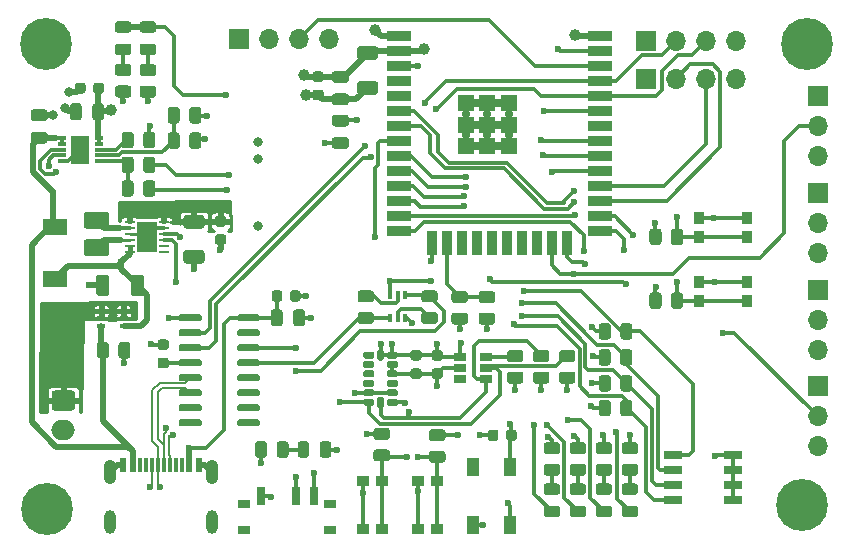
<source format=gbr>
%TF.GenerationSoftware,KiCad,Pcbnew,(5.1.12)-1*%
%TF.CreationDate,2021-12-17T12:12:49+01:00*%
%TF.ProjectId,ESP32-BOARD-V2.0,45535033-322d-4424-9f41-52442d56322e,rev?*%
%TF.SameCoordinates,Original*%
%TF.FileFunction,Copper,L1,Top*%
%TF.FilePolarity,Positive*%
%FSLAX46Y46*%
G04 Gerber Fmt 4.6, Leading zero omitted, Abs format (unit mm)*
G04 Created by KiCad (PCBNEW (5.1.12)-1) date 2021-12-17 12:12:49*
%MOMM*%
%LPD*%
G01*
G04 APERTURE LIST*
%TA.AperFunction,ComponentPad*%
%ADD10O,2.000000X1.700000*%
%TD*%
%TA.AperFunction,SMDPad,CuDef*%
%ADD11R,1.550000X2.480000*%
%TD*%
%TA.AperFunction,SMDPad,CuDef*%
%ADD12R,0.650000X0.300000*%
%TD*%
%TA.AperFunction,SMDPad,CuDef*%
%ADD13R,1.000000X0.900000*%
%TD*%
%TA.AperFunction,SMDPad,CuDef*%
%ADD14R,0.400000X0.650000*%
%TD*%
%TA.AperFunction,SMDPad,CuDef*%
%ADD15R,1.600000X0.760000*%
%TD*%
%TA.AperFunction,ComponentPad*%
%ADD16O,1.700000X1.700000*%
%TD*%
%TA.AperFunction,ComponentPad*%
%ADD17R,1.700000X1.700000*%
%TD*%
%TA.AperFunction,SMDPad,CuDef*%
%ADD18R,0.900000X1.000000*%
%TD*%
%TA.AperFunction,ComponentPad*%
%ADD19C,4.400000*%
%TD*%
%TA.AperFunction,ComponentPad*%
%ADD20C,0.762000*%
%TD*%
%TA.AperFunction,SMDPad,CuDef*%
%ADD21R,1.330000X1.330000*%
%TD*%
%TA.AperFunction,SMDPad,CuDef*%
%ADD22R,0.900000X2.000000*%
%TD*%
%TA.AperFunction,SMDPad,CuDef*%
%ADD23R,2.000000X0.900000*%
%TD*%
%TA.AperFunction,SMDPad,CuDef*%
%ADD24R,1.060000X0.650000*%
%TD*%
%TA.AperFunction,SMDPad,CuDef*%
%ADD25R,0.840000X0.270000*%
%TD*%
%TA.AperFunction,SMDPad,CuDef*%
%ADD26R,1.700000X2.500000*%
%TD*%
%TA.AperFunction,SMDPad,CuDef*%
%ADD27R,1.000000X0.800000*%
%TD*%
%TA.AperFunction,SMDPad,CuDef*%
%ADD28R,0.700000X1.500000*%
%TD*%
%TA.AperFunction,SMDPad,CuDef*%
%ADD29R,0.650000X0.400000*%
%TD*%
%TA.AperFunction,SMDPad,CuDef*%
%ADD30R,0.300000X1.150000*%
%TD*%
%TA.AperFunction,SMDPad,CuDef*%
%ADD31R,0.600000X1.150000*%
%TD*%
%TA.AperFunction,ComponentPad*%
%ADD32O,1.050000X2.100000*%
%TD*%
%TA.AperFunction,ComponentPad*%
%ADD33O,1.000000X2.000000*%
%TD*%
%TA.AperFunction,SMDPad,CuDef*%
%ADD34R,2.100000X1.400000*%
%TD*%
%TA.AperFunction,SMDPad,CuDef*%
%ADD35R,1.000000X1.500000*%
%TD*%
%TA.AperFunction,ViaPad*%
%ADD36C,0.600000*%
%TD*%
%TA.AperFunction,ViaPad*%
%ADD37C,1.000000*%
%TD*%
%TA.AperFunction,ViaPad*%
%ADD38C,0.800000*%
%TD*%
%TA.AperFunction,Conductor*%
%ADD39C,0.300000*%
%TD*%
%TA.AperFunction,Conductor*%
%ADD40C,0.500000*%
%TD*%
%TA.AperFunction,Conductor*%
%ADD41C,0.250000*%
%TD*%
%TA.AperFunction,Conductor*%
%ADD42C,0.400000*%
%TD*%
%TA.AperFunction,Conductor*%
%ADD43C,0.200000*%
%TD*%
%TA.AperFunction,Conductor*%
%ADD44C,0.254000*%
%TD*%
%TA.AperFunction,Conductor*%
%ADD45C,0.100000*%
%TD*%
G04 APERTURE END LIST*
D10*
%TO.P,J6,2*%
%TO.N,GND*%
X94250000Y-98450000D03*
%TO.P,J6,1*%
%TO.N,+BATT*%
%TA.AperFunction,ComponentPad*%
G36*
G01*
X93500000Y-95100000D02*
X95000000Y-95100000D01*
G75*
G02*
X95250000Y-95350000I0J-250000D01*
G01*
X95250000Y-96550000D01*
G75*
G02*
X95000000Y-96800000I-250000J0D01*
G01*
X93500000Y-96800000D01*
G75*
G02*
X93250000Y-96550000I0J250000D01*
G01*
X93250000Y-95350000D01*
G75*
G02*
X93500000Y-95100000I250000J0D01*
G01*
G37*
%TD.AperFunction*%
%TD*%
%TO.P,C16,2*%
%TO.N,GND*%
%TA.AperFunction,SMDPad,CuDef*%
G36*
G01*
X96125000Y-69250000D02*
X96125000Y-69750000D01*
G75*
G02*
X95900000Y-69975000I-225000J0D01*
G01*
X95450000Y-69975000D01*
G75*
G02*
X95225000Y-69750000I0J225000D01*
G01*
X95225000Y-69250000D01*
G75*
G02*
X95450000Y-69025000I225000J0D01*
G01*
X95900000Y-69025000D01*
G75*
G02*
X96125000Y-69250000I0J-225000D01*
G01*
G37*
%TD.AperFunction*%
%TO.P,C16,1*%
%TO.N,+BATT*%
%TA.AperFunction,SMDPad,CuDef*%
G36*
G01*
X97675000Y-69250000D02*
X97675000Y-69750000D01*
G75*
G02*
X97450000Y-69975000I-225000J0D01*
G01*
X97000000Y-69975000D01*
G75*
G02*
X96775000Y-69750000I0J225000D01*
G01*
X96775000Y-69250000D01*
G75*
G02*
X97000000Y-69025000I225000J0D01*
G01*
X97450000Y-69025000D01*
G75*
G02*
X97675000Y-69250000I0J-225000D01*
G01*
G37*
%TD.AperFunction*%
%TD*%
%TO.P,U6,16*%
%TO.N,VBUS*%
%TA.AperFunction,SMDPad,CuDef*%
G36*
G01*
X108950000Y-89105000D02*
X108950000Y-88805000D01*
G75*
G02*
X109100000Y-88655000I150000J0D01*
G01*
X110750000Y-88655000D01*
G75*
G02*
X110900000Y-88805000I0J-150000D01*
G01*
X110900000Y-89105000D01*
G75*
G02*
X110750000Y-89255000I-150000J0D01*
G01*
X109100000Y-89255000D01*
G75*
G02*
X108950000Y-89105000I0J150000D01*
G01*
G37*
%TD.AperFunction*%
%TO.P,U6,15*%
%TO.N,Net-(U6-Pad15)*%
%TA.AperFunction,SMDPad,CuDef*%
G36*
G01*
X108950000Y-90375000D02*
X108950000Y-90075000D01*
G75*
G02*
X109100000Y-89925000I150000J0D01*
G01*
X110750000Y-89925000D01*
G75*
G02*
X110900000Y-90075000I0J-150000D01*
G01*
X110900000Y-90375000D01*
G75*
G02*
X110750000Y-90525000I-150000J0D01*
G01*
X109100000Y-90525000D01*
G75*
G02*
X108950000Y-90375000I0J150000D01*
G01*
G37*
%TD.AperFunction*%
%TO.P,U6,14*%
%TO.N,~RTS*%
%TA.AperFunction,SMDPad,CuDef*%
G36*
G01*
X108950000Y-91645000D02*
X108950000Y-91345000D01*
G75*
G02*
X109100000Y-91195000I150000J0D01*
G01*
X110750000Y-91195000D01*
G75*
G02*
X110900000Y-91345000I0J-150000D01*
G01*
X110900000Y-91645000D01*
G75*
G02*
X110750000Y-91795000I-150000J0D01*
G01*
X109100000Y-91795000D01*
G75*
G02*
X108950000Y-91645000I0J150000D01*
G01*
G37*
%TD.AperFunction*%
%TO.P,U6,13*%
%TO.N,~DTR*%
%TA.AperFunction,SMDPad,CuDef*%
G36*
G01*
X108950000Y-92915000D02*
X108950000Y-92615000D01*
G75*
G02*
X109100000Y-92465000I150000J0D01*
G01*
X110750000Y-92465000D01*
G75*
G02*
X110900000Y-92615000I0J-150000D01*
G01*
X110900000Y-92915000D01*
G75*
G02*
X110750000Y-93065000I-150000J0D01*
G01*
X109100000Y-93065000D01*
G75*
G02*
X108950000Y-92915000I0J150000D01*
G01*
G37*
%TD.AperFunction*%
%TO.P,U6,12*%
%TO.N,Net-(U6-Pad12)*%
%TA.AperFunction,SMDPad,CuDef*%
G36*
G01*
X108950000Y-94185000D02*
X108950000Y-93885000D01*
G75*
G02*
X109100000Y-93735000I150000J0D01*
G01*
X110750000Y-93735000D01*
G75*
G02*
X110900000Y-93885000I0J-150000D01*
G01*
X110900000Y-94185000D01*
G75*
G02*
X110750000Y-94335000I-150000J0D01*
G01*
X109100000Y-94335000D01*
G75*
G02*
X108950000Y-94185000I0J150000D01*
G01*
G37*
%TD.AperFunction*%
%TO.P,U6,11*%
%TO.N,Net-(U6-Pad11)*%
%TA.AperFunction,SMDPad,CuDef*%
G36*
G01*
X108950000Y-95455000D02*
X108950000Y-95155000D01*
G75*
G02*
X109100000Y-95005000I150000J0D01*
G01*
X110750000Y-95005000D01*
G75*
G02*
X110900000Y-95155000I0J-150000D01*
G01*
X110900000Y-95455000D01*
G75*
G02*
X110750000Y-95605000I-150000J0D01*
G01*
X109100000Y-95605000D01*
G75*
G02*
X108950000Y-95455000I0J150000D01*
G01*
G37*
%TD.AperFunction*%
%TO.P,U6,10*%
%TO.N,Net-(U6-Pad10)*%
%TA.AperFunction,SMDPad,CuDef*%
G36*
G01*
X108950000Y-96725000D02*
X108950000Y-96425000D01*
G75*
G02*
X109100000Y-96275000I150000J0D01*
G01*
X110750000Y-96275000D01*
G75*
G02*
X110900000Y-96425000I0J-150000D01*
G01*
X110900000Y-96725000D01*
G75*
G02*
X110750000Y-96875000I-150000J0D01*
G01*
X109100000Y-96875000D01*
G75*
G02*
X108950000Y-96725000I0J150000D01*
G01*
G37*
%TD.AperFunction*%
%TO.P,U6,9*%
%TO.N,Net-(U6-Pad9)*%
%TA.AperFunction,SMDPad,CuDef*%
G36*
G01*
X108950000Y-97995000D02*
X108950000Y-97695000D01*
G75*
G02*
X109100000Y-97545000I150000J0D01*
G01*
X110750000Y-97545000D01*
G75*
G02*
X110900000Y-97695000I0J-150000D01*
G01*
X110900000Y-97995000D01*
G75*
G02*
X110750000Y-98145000I-150000J0D01*
G01*
X109100000Y-98145000D01*
G75*
G02*
X108950000Y-97995000I0J150000D01*
G01*
G37*
%TD.AperFunction*%
%TO.P,U6,8*%
%TO.N,Net-(U6-Pad8)*%
%TA.AperFunction,SMDPad,CuDef*%
G36*
G01*
X104000000Y-97995000D02*
X104000000Y-97695000D01*
G75*
G02*
X104150000Y-97545000I150000J0D01*
G01*
X105800000Y-97545000D01*
G75*
G02*
X105950000Y-97695000I0J-150000D01*
G01*
X105950000Y-97995000D01*
G75*
G02*
X105800000Y-98145000I-150000J0D01*
G01*
X104150000Y-98145000D01*
G75*
G02*
X104000000Y-97995000I0J150000D01*
G01*
G37*
%TD.AperFunction*%
%TO.P,U6,7*%
%TO.N,Net-(U6-Pad7)*%
%TA.AperFunction,SMDPad,CuDef*%
G36*
G01*
X104000000Y-96725000D02*
X104000000Y-96425000D01*
G75*
G02*
X104150000Y-96275000I150000J0D01*
G01*
X105800000Y-96275000D01*
G75*
G02*
X105950000Y-96425000I0J-150000D01*
G01*
X105950000Y-96725000D01*
G75*
G02*
X105800000Y-96875000I-150000J0D01*
G01*
X104150000Y-96875000D01*
G75*
G02*
X104000000Y-96725000I0J150000D01*
G01*
G37*
%TD.AperFunction*%
%TO.P,U6,6*%
%TO.N,/D-*%
%TA.AperFunction,SMDPad,CuDef*%
G36*
G01*
X104000000Y-95455000D02*
X104000000Y-95155000D01*
G75*
G02*
X104150000Y-95005000I150000J0D01*
G01*
X105800000Y-95005000D01*
G75*
G02*
X105950000Y-95155000I0J-150000D01*
G01*
X105950000Y-95455000D01*
G75*
G02*
X105800000Y-95605000I-150000J0D01*
G01*
X104150000Y-95605000D01*
G75*
G02*
X104000000Y-95455000I0J150000D01*
G01*
G37*
%TD.AperFunction*%
%TO.P,U6,5*%
%TO.N,/D+*%
%TA.AperFunction,SMDPad,CuDef*%
G36*
G01*
X104000000Y-94185000D02*
X104000000Y-93885000D01*
G75*
G02*
X104150000Y-93735000I150000J0D01*
G01*
X105800000Y-93735000D01*
G75*
G02*
X105950000Y-93885000I0J-150000D01*
G01*
X105950000Y-94185000D01*
G75*
G02*
X105800000Y-94335000I-150000J0D01*
G01*
X104150000Y-94335000D01*
G75*
G02*
X104000000Y-94185000I0J150000D01*
G01*
G37*
%TD.AperFunction*%
%TO.P,U6,4*%
%TO.N,Net-(C13-Pad2)*%
%TA.AperFunction,SMDPad,CuDef*%
G36*
G01*
X104000000Y-92915000D02*
X104000000Y-92615000D01*
G75*
G02*
X104150000Y-92465000I150000J0D01*
G01*
X105800000Y-92465000D01*
G75*
G02*
X105950000Y-92615000I0J-150000D01*
G01*
X105950000Y-92915000D01*
G75*
G02*
X105800000Y-93065000I-150000J0D01*
G01*
X104150000Y-93065000D01*
G75*
G02*
X104000000Y-92915000I0J150000D01*
G01*
G37*
%TD.AperFunction*%
%TO.P,U6,3*%
%TO.N,U0TXD*%
%TA.AperFunction,SMDPad,CuDef*%
G36*
G01*
X104000000Y-91645000D02*
X104000000Y-91345000D01*
G75*
G02*
X104150000Y-91195000I150000J0D01*
G01*
X105800000Y-91195000D01*
G75*
G02*
X105950000Y-91345000I0J-150000D01*
G01*
X105950000Y-91645000D01*
G75*
G02*
X105800000Y-91795000I-150000J0D01*
G01*
X104150000Y-91795000D01*
G75*
G02*
X104000000Y-91645000I0J150000D01*
G01*
G37*
%TD.AperFunction*%
%TO.P,U6,2*%
%TO.N,U0RXD*%
%TA.AperFunction,SMDPad,CuDef*%
G36*
G01*
X104000000Y-90375000D02*
X104000000Y-90075000D01*
G75*
G02*
X104150000Y-89925000I150000J0D01*
G01*
X105800000Y-89925000D01*
G75*
G02*
X105950000Y-90075000I0J-150000D01*
G01*
X105950000Y-90375000D01*
G75*
G02*
X105800000Y-90525000I-150000J0D01*
G01*
X104150000Y-90525000D01*
G75*
G02*
X104000000Y-90375000I0J150000D01*
G01*
G37*
%TD.AperFunction*%
%TO.P,U6,1*%
%TO.N,GND*%
%TA.AperFunction,SMDPad,CuDef*%
G36*
G01*
X104000000Y-89105000D02*
X104000000Y-88805000D01*
G75*
G02*
X104150000Y-88655000I150000J0D01*
G01*
X105800000Y-88655000D01*
G75*
G02*
X105950000Y-88805000I0J-150000D01*
G01*
X105950000Y-89105000D01*
G75*
G02*
X105800000Y-89255000I-150000J0D01*
G01*
X104150000Y-89255000D01*
G75*
G02*
X104000000Y-89105000I0J150000D01*
G01*
G37*
%TD.AperFunction*%
%TD*%
D11*
%TO.P,U1,11*%
%TO.N,GND*%
X95675000Y-74700000D03*
D12*
%TO.P,U1,10*%
%TO.N,+BATT*%
X97225000Y-73700000D03*
%TO.P,U1,9*%
X97225000Y-74200000D03*
%TO.P,U1,8*%
%TO.N,Net-(R9-Pad1)*%
X97225000Y-74700000D03*
%TO.P,U1,7*%
%TO.N,Net-(R5-Pad2)*%
X97225000Y-75200000D03*
%TO.P,U1,6*%
%TO.N,Net-(R10-Pad1)*%
X97225000Y-75700000D03*
%TO.P,U1,5*%
%TO.N,GND*%
X94125000Y-75700000D03*
%TO.P,U1,4*%
%TO.N,Net-(R2-Pad1)*%
X94125000Y-75200000D03*
%TO.P,U1,3*%
%TO.N,Net-(R1-Pad1)*%
X94125000Y-74700000D03*
%TO.P,U1,2*%
%TO.N,VBUS*%
X94125000Y-74200000D03*
%TO.P,U1,1*%
X94125000Y-73700000D03*
%TD*%
D13*
%TO.P,SW2,2*%
%TO.N,EN*%
X125900000Y-102750000D03*
%TO.P,SW2,1*%
%TO.N,GND*%
X124300000Y-102750000D03*
%TO.P,SW2,2*%
%TO.N,EN*%
X125900000Y-106850000D03*
%TO.P,SW2,1*%
%TO.N,GND*%
X124300000Y-106850000D03*
%TD*%
%TO.P,SW1,2*%
%TO.N,IO0*%
X121200000Y-102750000D03*
%TO.P,SW1,1*%
%TO.N,GND*%
X119600000Y-102750000D03*
%TO.P,SW1,2*%
%TO.N,IO0*%
X121200000Y-106850000D03*
%TO.P,SW1,1*%
%TO.N,GND*%
X119600000Y-106850000D03*
%TD*%
%TO.P,R22,2*%
%TO.N,~RTS*%
%TA.AperFunction,SMDPad,CuDef*%
G36*
G01*
X125700001Y-87650000D02*
X124799999Y-87650000D01*
G75*
G02*
X124550000Y-87400001I0J249999D01*
G01*
X124550000Y-86874999D01*
G75*
G02*
X124799999Y-86625000I249999J0D01*
G01*
X125700001Y-86625000D01*
G75*
G02*
X125950000Y-86874999I0J-249999D01*
G01*
X125950000Y-87400001D01*
G75*
G02*
X125700001Y-87650000I-249999J0D01*
G01*
G37*
%TD.AperFunction*%
%TO.P,R22,1*%
%TO.N,Net-(Q1-Pad5)*%
%TA.AperFunction,SMDPad,CuDef*%
G36*
G01*
X125700001Y-89475000D02*
X124799999Y-89475000D01*
G75*
G02*
X124550000Y-89225001I0J249999D01*
G01*
X124550000Y-88699999D01*
G75*
G02*
X124799999Y-88450000I249999J0D01*
G01*
X125700001Y-88450000D01*
G75*
G02*
X125950000Y-88699999I0J-249999D01*
G01*
X125950000Y-89225001D01*
G75*
G02*
X125700001Y-89475000I-249999J0D01*
G01*
G37*
%TD.AperFunction*%
%TD*%
%TO.P,R20,2*%
%TO.N,~DTR*%
%TA.AperFunction,SMDPad,CuDef*%
G36*
G01*
X119399999Y-88450000D02*
X120300001Y-88450000D01*
G75*
G02*
X120550000Y-88699999I0J-249999D01*
G01*
X120550000Y-89225001D01*
G75*
G02*
X120300001Y-89475000I-249999J0D01*
G01*
X119399999Y-89475000D01*
G75*
G02*
X119150000Y-89225001I0J249999D01*
G01*
X119150000Y-88699999D01*
G75*
G02*
X119399999Y-88450000I249999J0D01*
G01*
G37*
%TD.AperFunction*%
%TO.P,R20,1*%
%TO.N,Net-(Q1-Pad2)*%
%TA.AperFunction,SMDPad,CuDef*%
G36*
G01*
X119399999Y-86625000D02*
X120300001Y-86625000D01*
G75*
G02*
X120550000Y-86874999I0J-249999D01*
G01*
X120550000Y-87400001D01*
G75*
G02*
X120300001Y-87650000I-249999J0D01*
G01*
X119399999Y-87650000D01*
G75*
G02*
X119150000Y-87400001I0J249999D01*
G01*
X119150000Y-86874999D01*
G75*
G02*
X119399999Y-86625000I249999J0D01*
G01*
G37*
%TD.AperFunction*%
%TD*%
D14*
%TO.P,Q1,6*%
%TO.N,EN*%
X123200000Y-88950000D03*
%TO.P,Q1,4*%
%TO.N,~DTR*%
X121900000Y-88950000D03*
%TO.P,Q1,2*%
%TO.N,Net-(Q1-Pad2)*%
X122550000Y-87050000D03*
%TO.P,Q1,5*%
%TO.N,Net-(Q1-Pad5)*%
X122550000Y-88950000D03*
%TO.P,Q1,3*%
%TO.N,IO0*%
X121900000Y-87050000D03*
%TO.P,Q1,1*%
%TO.N,~RTS*%
X123200000Y-87050000D03*
%TD*%
D15*
%TO.P,J9,8*%
%TO.N,+3V3*%
X150940000Y-100595000D03*
%TO.P,J9,4*%
%TO.N,S4*%
X145860000Y-104405000D03*
%TO.P,J9,7*%
%TO.N,+3V3*%
X150940000Y-101865000D03*
%TO.P,J9,3*%
%TO.N,S3*%
X145860000Y-103135000D03*
%TO.P,J9,6*%
%TO.N,+3V3*%
X150940000Y-103135000D03*
%TO.P,J9,2*%
%TO.N,S2*%
X145860000Y-101865000D03*
%TO.P,J9,5*%
%TO.N,+3V3*%
X150940000Y-104405000D03*
%TO.P,J9,1*%
%TO.N,S1*%
X145860000Y-100595000D03*
%TD*%
D16*
%TO.P,J2,4*%
%TO.N,IO21_I2C_SDA*%
X116720000Y-65350000D03*
%TO.P,J2,3*%
%TO.N,IO22_I2C_SCL*%
X114180000Y-65350000D03*
%TO.P,J2,2*%
%TO.N,+3V3*%
X111640000Y-65350000D03*
D17*
%TO.P,J2,1*%
%TO.N,GND*%
X109100000Y-65350000D03*
%TD*%
%TO.P,C15,2*%
%TO.N,VBUS*%
%TA.AperFunction,SMDPad,CuDef*%
G36*
G01*
X112800000Y-88475000D02*
X112800000Y-89425000D01*
G75*
G02*
X112550000Y-89675000I-250000J0D01*
G01*
X112050000Y-89675000D01*
G75*
G02*
X111800000Y-89425000I0J250000D01*
G01*
X111800000Y-88475000D01*
G75*
G02*
X112050000Y-88225000I250000J0D01*
G01*
X112550000Y-88225000D01*
G75*
G02*
X112800000Y-88475000I0J-250000D01*
G01*
G37*
%TD.AperFunction*%
%TO.P,C15,1*%
%TO.N,GND*%
%TA.AperFunction,SMDPad,CuDef*%
G36*
G01*
X114700000Y-88475000D02*
X114700000Y-89425000D01*
G75*
G02*
X114450000Y-89675000I-250000J0D01*
G01*
X113950000Y-89675000D01*
G75*
G02*
X113700000Y-89425000I0J250000D01*
G01*
X113700000Y-88475000D01*
G75*
G02*
X113950000Y-88225000I250000J0D01*
G01*
X114450000Y-88225000D01*
G75*
G02*
X114700000Y-88475000I0J-250000D01*
G01*
G37*
%TD.AperFunction*%
%TD*%
%TO.P,C14,2*%
%TO.N,GND*%
%TA.AperFunction,SMDPad,CuDef*%
G36*
G01*
X113425000Y-87350000D02*
X113425000Y-86850000D01*
G75*
G02*
X113650000Y-86625000I225000J0D01*
G01*
X114100000Y-86625000D01*
G75*
G02*
X114325000Y-86850000I0J-225000D01*
G01*
X114325000Y-87350000D01*
G75*
G02*
X114100000Y-87575000I-225000J0D01*
G01*
X113650000Y-87575000D01*
G75*
G02*
X113425000Y-87350000I0J225000D01*
G01*
G37*
%TD.AperFunction*%
%TO.P,C14,1*%
%TO.N,VBUS*%
%TA.AperFunction,SMDPad,CuDef*%
G36*
G01*
X111875000Y-87350000D02*
X111875000Y-86850000D01*
G75*
G02*
X112100000Y-86625000I225000J0D01*
G01*
X112550000Y-86625000D01*
G75*
G02*
X112775000Y-86850000I0J-225000D01*
G01*
X112775000Y-87350000D01*
G75*
G02*
X112550000Y-87575000I-225000J0D01*
G01*
X112100000Y-87575000D01*
G75*
G02*
X111875000Y-87350000I0J225000D01*
G01*
G37*
%TD.AperFunction*%
%TD*%
%TO.P,C13,2*%
%TO.N,Net-(C13-Pad2)*%
%TA.AperFunction,SMDPad,CuDef*%
G36*
G01*
X102450000Y-92325000D02*
X102950000Y-92325000D01*
G75*
G02*
X103175000Y-92550000I0J-225000D01*
G01*
X103175000Y-93000000D01*
G75*
G02*
X102950000Y-93225000I-225000J0D01*
G01*
X102450000Y-93225000D01*
G75*
G02*
X102225000Y-93000000I0J225000D01*
G01*
X102225000Y-92550000D01*
G75*
G02*
X102450000Y-92325000I225000J0D01*
G01*
G37*
%TD.AperFunction*%
%TO.P,C13,1*%
%TO.N,GND*%
%TA.AperFunction,SMDPad,CuDef*%
G36*
G01*
X102450000Y-90775000D02*
X102950000Y-90775000D01*
G75*
G02*
X103175000Y-91000000I0J-225000D01*
G01*
X103175000Y-91450000D01*
G75*
G02*
X102950000Y-91675000I-225000J0D01*
G01*
X102450000Y-91675000D01*
G75*
G02*
X102225000Y-91450000I0J225000D01*
G01*
X102225000Y-91000000D01*
G75*
G02*
X102450000Y-90775000I225000J0D01*
G01*
G37*
%TD.AperFunction*%
%TD*%
%TO.P,C12,2*%
%TO.N,+3V3*%
%TA.AperFunction,SMDPad,CuDef*%
G36*
G01*
X118175000Y-69050000D02*
X117225000Y-69050000D01*
G75*
G02*
X116975000Y-68800000I0J250000D01*
G01*
X116975000Y-68300000D01*
G75*
G02*
X117225000Y-68050000I250000J0D01*
G01*
X118175000Y-68050000D01*
G75*
G02*
X118425000Y-68300000I0J-250000D01*
G01*
X118425000Y-68800000D01*
G75*
G02*
X118175000Y-69050000I-250000J0D01*
G01*
G37*
%TD.AperFunction*%
%TO.P,C12,1*%
%TO.N,GND*%
%TA.AperFunction,SMDPad,CuDef*%
G36*
G01*
X118175000Y-70950000D02*
X117225000Y-70950000D01*
G75*
G02*
X116975000Y-70700000I0J250000D01*
G01*
X116975000Y-70200000D01*
G75*
G02*
X117225000Y-69950000I250000J0D01*
G01*
X118175000Y-69950000D01*
G75*
G02*
X118425000Y-70200000I0J-250000D01*
G01*
X118425000Y-70700000D01*
G75*
G02*
X118175000Y-70950000I-250000J0D01*
G01*
G37*
%TD.AperFunction*%
%TD*%
%TO.P,C11,2*%
%TO.N,GND*%
%TA.AperFunction,SMDPad,CuDef*%
G36*
G01*
X115550000Y-69625000D02*
X116050000Y-69625000D01*
G75*
G02*
X116275000Y-69850000I0J-225000D01*
G01*
X116275000Y-70300000D01*
G75*
G02*
X116050000Y-70525000I-225000J0D01*
G01*
X115550000Y-70525000D01*
G75*
G02*
X115325000Y-70300000I0J225000D01*
G01*
X115325000Y-69850000D01*
G75*
G02*
X115550000Y-69625000I225000J0D01*
G01*
G37*
%TD.AperFunction*%
%TO.P,C11,1*%
%TO.N,+3V3*%
%TA.AperFunction,SMDPad,CuDef*%
G36*
G01*
X115550000Y-68075000D02*
X116050000Y-68075000D01*
G75*
G02*
X116275000Y-68300000I0J-225000D01*
G01*
X116275000Y-68750000D01*
G75*
G02*
X116050000Y-68975000I-225000J0D01*
G01*
X115550000Y-68975000D01*
G75*
G02*
X115325000Y-68750000I0J225000D01*
G01*
X115325000Y-68300000D01*
G75*
G02*
X115550000Y-68075000I225000J0D01*
G01*
G37*
%TD.AperFunction*%
%TD*%
%TO.P,C10,2*%
%TO.N,+3V3*%
%TA.AperFunction,SMDPad,CuDef*%
G36*
G01*
X120650001Y-67100000D02*
X119349999Y-67100000D01*
G75*
G02*
X119100000Y-66850001I0J249999D01*
G01*
X119100000Y-66199999D01*
G75*
G02*
X119349999Y-65950000I249999J0D01*
G01*
X120650001Y-65950000D01*
G75*
G02*
X120900000Y-66199999I0J-249999D01*
G01*
X120900000Y-66850001D01*
G75*
G02*
X120650001Y-67100000I-249999J0D01*
G01*
G37*
%TD.AperFunction*%
%TO.P,C10,1*%
%TO.N,GND*%
%TA.AperFunction,SMDPad,CuDef*%
G36*
G01*
X120650001Y-70050000D02*
X119349999Y-70050000D01*
G75*
G02*
X119100000Y-69800001I0J249999D01*
G01*
X119100000Y-69149999D01*
G75*
G02*
X119349999Y-68900000I249999J0D01*
G01*
X120650001Y-68900000D01*
G75*
G02*
X120900000Y-69149999I0J-249999D01*
G01*
X120900000Y-69800001D01*
G75*
G02*
X120650001Y-70050000I-249999J0D01*
G01*
G37*
%TD.AperFunction*%
%TD*%
%TO.P,C4,2*%
%TO.N,EN*%
%TA.AperFunction,SMDPad,CuDef*%
G36*
G01*
X118175000Y-72750000D02*
X117225000Y-72750000D01*
G75*
G02*
X116975000Y-72500000I0J250000D01*
G01*
X116975000Y-72000000D01*
G75*
G02*
X117225000Y-71750000I250000J0D01*
G01*
X118175000Y-71750000D01*
G75*
G02*
X118425000Y-72000000I0J-250000D01*
G01*
X118425000Y-72500000D01*
G75*
G02*
X118175000Y-72750000I-250000J0D01*
G01*
G37*
%TD.AperFunction*%
%TO.P,C4,1*%
%TO.N,GND*%
%TA.AperFunction,SMDPad,CuDef*%
G36*
G01*
X118175000Y-74650000D02*
X117225000Y-74650000D01*
G75*
G02*
X116975000Y-74400000I0J250000D01*
G01*
X116975000Y-73900000D01*
G75*
G02*
X117225000Y-73650000I250000J0D01*
G01*
X118175000Y-73650000D01*
G75*
G02*
X118425000Y-73900000I0J-250000D01*
G01*
X118425000Y-74400000D01*
G75*
G02*
X118175000Y-74650000I-250000J0D01*
G01*
G37*
%TD.AperFunction*%
%TD*%
D18*
%TO.P,B2,2*%
%TO.N,B2*%
X152150000Y-87500000D03*
%TO.P,B2,1*%
%TO.N,GND*%
X152150000Y-85900000D03*
%TO.P,B2,2*%
%TO.N,B2*%
X148050000Y-87500000D03*
%TO.P,B2,1*%
%TO.N,GND*%
X148050000Y-85900000D03*
%TD*%
%TO.P,B1,2*%
%TO.N,B1*%
X152150000Y-82100000D03*
%TO.P,B1,1*%
%TO.N,GND*%
X152150000Y-80500000D03*
%TO.P,B1,2*%
%TO.N,B1*%
X148050000Y-82100000D03*
%TO.P,B1,1*%
%TO.N,GND*%
X148050000Y-80500000D03*
%TD*%
%TO.P,R11,2*%
%TO.N,Net-(JP4-Pad1)*%
%TA.AperFunction,SMDPad,CuDef*%
G36*
G01*
X101000000Y-78450001D02*
X101000000Y-77549999D01*
G75*
G02*
X101249999Y-77300000I249999J0D01*
G01*
X101775001Y-77300000D01*
G75*
G02*
X102025000Y-77549999I0J-249999D01*
G01*
X102025000Y-78450001D01*
G75*
G02*
X101775001Y-78700000I-249999J0D01*
G01*
X101249999Y-78700000D01*
G75*
G02*
X101000000Y-78450001I0J249999D01*
G01*
G37*
%TD.AperFunction*%
%TO.P,R11,1*%
%TO.N,Net-(R10-Pad1)*%
%TA.AperFunction,SMDPad,CuDef*%
G36*
G01*
X99175000Y-78450001D02*
X99175000Y-77549999D01*
G75*
G02*
X99424999Y-77300000I249999J0D01*
G01*
X99950001Y-77300000D01*
G75*
G02*
X100200000Y-77549999I0J-249999D01*
G01*
X100200000Y-78450001D01*
G75*
G02*
X99950001Y-78700000I-249999J0D01*
G01*
X99424999Y-78700000D01*
G75*
G02*
X99175000Y-78450001I0J249999D01*
G01*
G37*
%TD.AperFunction*%
%TD*%
%TO.P,R10,2*%
%TO.N,Net-(JP3-Pad1)*%
%TA.AperFunction,SMDPad,CuDef*%
G36*
G01*
X101000000Y-76450001D02*
X101000000Y-75549999D01*
G75*
G02*
X101249999Y-75300000I249999J0D01*
G01*
X101775001Y-75300000D01*
G75*
G02*
X102025000Y-75549999I0J-249999D01*
G01*
X102025000Y-76450001D01*
G75*
G02*
X101775001Y-76700000I-249999J0D01*
G01*
X101249999Y-76700000D01*
G75*
G02*
X101000000Y-76450001I0J249999D01*
G01*
G37*
%TD.AperFunction*%
%TO.P,R10,1*%
%TO.N,Net-(R10-Pad1)*%
%TA.AperFunction,SMDPad,CuDef*%
G36*
G01*
X99175000Y-76450001D02*
X99175000Y-75549999D01*
G75*
G02*
X99424999Y-75300000I249999J0D01*
G01*
X99950001Y-75300000D01*
G75*
G02*
X100200000Y-75549999I0J-249999D01*
G01*
X100200000Y-76450001D01*
G75*
G02*
X99950001Y-76700000I-249999J0D01*
G01*
X99424999Y-76700000D01*
G75*
G02*
X99175000Y-76450001I0J249999D01*
G01*
G37*
%TD.AperFunction*%
%TD*%
%TO.P,R6,2*%
%TO.N,Net-(JP2-Pad1)*%
%TA.AperFunction,SMDPad,CuDef*%
G36*
G01*
X104900000Y-74400001D02*
X104900000Y-73499999D01*
G75*
G02*
X105149999Y-73250000I249999J0D01*
G01*
X105675001Y-73250000D01*
G75*
G02*
X105925000Y-73499999I0J-249999D01*
G01*
X105925000Y-74400001D01*
G75*
G02*
X105675001Y-74650000I-249999J0D01*
G01*
X105149999Y-74650000D01*
G75*
G02*
X104900000Y-74400001I0J249999D01*
G01*
G37*
%TD.AperFunction*%
%TO.P,R6,1*%
%TO.N,Net-(R5-Pad2)*%
%TA.AperFunction,SMDPad,CuDef*%
G36*
G01*
X103075000Y-74400001D02*
X103075000Y-73499999D01*
G75*
G02*
X103324999Y-73250000I249999J0D01*
G01*
X103850001Y-73250000D01*
G75*
G02*
X104100000Y-73499999I0J-249999D01*
G01*
X104100000Y-74400001D01*
G75*
G02*
X103850001Y-74650000I-249999J0D01*
G01*
X103324999Y-74650000D01*
G75*
G02*
X103075000Y-74400001I0J249999D01*
G01*
G37*
%TD.AperFunction*%
%TD*%
%TO.P,R5,2*%
%TO.N,Net-(R5-Pad2)*%
%TA.AperFunction,SMDPad,CuDef*%
G36*
G01*
X104100000Y-71349999D02*
X104100000Y-72250001D01*
G75*
G02*
X103850001Y-72500000I-249999J0D01*
G01*
X103324999Y-72500000D01*
G75*
G02*
X103075000Y-72250001I0J249999D01*
G01*
X103075000Y-71349999D01*
G75*
G02*
X103324999Y-71100000I249999J0D01*
G01*
X103850001Y-71100000D01*
G75*
G02*
X104100000Y-71349999I0J-249999D01*
G01*
G37*
%TD.AperFunction*%
%TO.P,R5,1*%
%TO.N,Net-(JP1-Pad2)*%
%TA.AperFunction,SMDPad,CuDef*%
G36*
G01*
X105925000Y-71349999D02*
X105925000Y-72250001D01*
G75*
G02*
X105675001Y-72500000I-249999J0D01*
G01*
X105149999Y-72500000D01*
G75*
G02*
X104900000Y-72250001I0J249999D01*
G01*
X104900000Y-71349999D01*
G75*
G02*
X105149999Y-71100000I249999J0D01*
G01*
X105675001Y-71100000D01*
G75*
G02*
X105925000Y-71349999I0J-249999D01*
G01*
G37*
%TD.AperFunction*%
%TD*%
D16*
%TO.P,J5,3*%
%TO.N,GND*%
X158100000Y-99780000D03*
%TO.P,J5,2*%
%TO.N,IO4*%
X158100000Y-97240000D03*
D17*
%TO.P,J5,1*%
%TO.N,IO2*%
X158100000Y-94700000D03*
%TD*%
D16*
%TO.P,J8,4*%
%TO.N,GND*%
X151220000Y-68700000D03*
%TO.P,J8,3*%
%TO.N,IO17_U2TXD*%
X148680000Y-68700000D03*
%TO.P,J8,2*%
%TO.N,IO16_U2RXD*%
X146140000Y-68700000D03*
D17*
%TO.P,J8,1*%
%TO.N,+3V3*%
X143600000Y-68700000D03*
%TD*%
D16*
%TO.P,J4,3*%
%TO.N,GND*%
X158100000Y-83480000D03*
%TO.P,J4,2*%
%TO.N,IO14*%
X158100000Y-80940000D03*
D17*
%TO.P,J4,1*%
%TO.N,+3V3*%
X158100000Y-78400000D03*
%TD*%
D16*
%TO.P,J3,3*%
%TO.N,GND*%
X158100000Y-91680000D03*
%TO.P,J3,2*%
%TO.N,IO12*%
X158100000Y-89140000D03*
D17*
%TO.P,J3,1*%
%TO.N,+3V3*%
X158100000Y-86600000D03*
%TD*%
D16*
%TO.P,J1,3*%
%TO.N,GND*%
X158100000Y-75280000D03*
%TO.P,J1,2*%
%TO.N,IO15_PIR_IN*%
X158100000Y-72740000D03*
D17*
%TO.P,J1,1*%
%TO.N,+3V3*%
X158100000Y-70200000D03*
%TD*%
%TO.P,R14,2*%
%TO.N,GND*%
%TA.AperFunction,SMDPad,CuDef*%
G36*
G01*
X144887500Y-81649999D02*
X144887500Y-82550001D01*
G75*
G02*
X144637501Y-82800000I-249999J0D01*
G01*
X144112499Y-82800000D01*
G75*
G02*
X143862500Y-82550001I0J249999D01*
G01*
X143862500Y-81649999D01*
G75*
G02*
X144112499Y-81400000I249999J0D01*
G01*
X144637501Y-81400000D01*
G75*
G02*
X144887500Y-81649999I0J-249999D01*
G01*
G37*
%TD.AperFunction*%
%TO.P,R14,1*%
%TO.N,B1*%
%TA.AperFunction,SMDPad,CuDef*%
G36*
G01*
X146712500Y-81649999D02*
X146712500Y-82550001D01*
G75*
G02*
X146462501Y-82800000I-249999J0D01*
G01*
X145937499Y-82800000D01*
G75*
G02*
X145687500Y-82550001I0J249999D01*
G01*
X145687500Y-81649999D01*
G75*
G02*
X145937499Y-81400000I249999J0D01*
G01*
X146462501Y-81400000D01*
G75*
G02*
X146712500Y-81649999I0J-249999D01*
G01*
G37*
%TD.AperFunction*%
%TD*%
%TO.P,R12,2*%
%TO.N,GND*%
%TA.AperFunction,SMDPad,CuDef*%
G36*
G01*
X144887500Y-87049999D02*
X144887500Y-87950001D01*
G75*
G02*
X144637501Y-88200000I-249999J0D01*
G01*
X144112499Y-88200000D01*
G75*
G02*
X143862500Y-87950001I0J249999D01*
G01*
X143862500Y-87049999D01*
G75*
G02*
X144112499Y-86800000I249999J0D01*
G01*
X144637501Y-86800000D01*
G75*
G02*
X144887500Y-87049999I0J-249999D01*
G01*
G37*
%TD.AperFunction*%
%TO.P,R12,1*%
%TO.N,B2*%
%TA.AperFunction,SMDPad,CuDef*%
G36*
G01*
X146712500Y-87049999D02*
X146712500Y-87950001D01*
G75*
G02*
X146462501Y-88200000I-249999J0D01*
G01*
X145937499Y-88200000D01*
G75*
G02*
X145687500Y-87950001I0J249999D01*
G01*
X145687500Y-87049999D01*
G75*
G02*
X145937499Y-86800000I249999J0D01*
G01*
X146462501Y-86800000D01*
G75*
G02*
X146712500Y-87049999I0J-249999D01*
G01*
G37*
%TD.AperFunction*%
%TD*%
D19*
%TO.P,H4,1*%
%TO.N,Net-(H4-Pad1)*%
X157200000Y-65800000D03*
%TD*%
%TO.P,H3,1*%
%TO.N,Net-(H3-Pad1)*%
X156800000Y-104800000D03*
%TD*%
%TO.P,H2,1*%
%TO.N,Net-(H2-Pad1)*%
X92900000Y-105100000D03*
%TD*%
%TO.P,H1,1*%
%TO.N,Net-(H1-Pad1)*%
X92800000Y-65800000D03*
%TD*%
D16*
%TO.P,J7,4*%
%TO.N,GND*%
X151220000Y-65500000D03*
%TO.P,J7,3*%
%TO.N,U0TXD*%
X148680000Y-65500000D03*
%TO.P,J7,2*%
%TO.N,U0RXD*%
X146140000Y-65500000D03*
D17*
%TO.P,J7,1*%
%TO.N,+3V3*%
X143600000Y-65500000D03*
%TD*%
%TO.P,TH1,2*%
%TO.N,IO13_ADC2_CH4_NTC*%
%TA.AperFunction,SMDPad,CuDef*%
G36*
G01*
X130550001Y-87700000D02*
X129649999Y-87700000D01*
G75*
G02*
X129400000Y-87450001I0J249999D01*
G01*
X129400000Y-86924999D01*
G75*
G02*
X129649999Y-86675000I249999J0D01*
G01*
X130550001Y-86675000D01*
G75*
G02*
X130800000Y-86924999I0J-249999D01*
G01*
X130800000Y-87450001D01*
G75*
G02*
X130550001Y-87700000I-249999J0D01*
G01*
G37*
%TD.AperFunction*%
%TO.P,TH1,1*%
%TO.N,+3V3*%
%TA.AperFunction,SMDPad,CuDef*%
G36*
G01*
X130550001Y-89525000D02*
X129649999Y-89525000D01*
G75*
G02*
X129400000Y-89275001I0J249999D01*
G01*
X129400000Y-88749999D01*
G75*
G02*
X129649999Y-88500000I249999J0D01*
G01*
X130550001Y-88500000D01*
G75*
G02*
X130800000Y-88749999I0J-249999D01*
G01*
X130800000Y-89275001D01*
G75*
G02*
X130550001Y-89525000I-249999J0D01*
G01*
G37*
%TD.AperFunction*%
%TD*%
%TO.P,R21,2*%
%TO.N,GND*%
%TA.AperFunction,SMDPad,CuDef*%
G36*
G01*
X127349999Y-88500000D02*
X128250001Y-88500000D01*
G75*
G02*
X128500000Y-88749999I0J-249999D01*
G01*
X128500000Y-89275001D01*
G75*
G02*
X128250001Y-89525000I-249999J0D01*
G01*
X127349999Y-89525000D01*
G75*
G02*
X127100000Y-89275001I0J249999D01*
G01*
X127100000Y-88749999D01*
G75*
G02*
X127349999Y-88500000I249999J0D01*
G01*
G37*
%TD.AperFunction*%
%TO.P,R21,1*%
%TO.N,IO13_ADC2_CH4_NTC*%
%TA.AperFunction,SMDPad,CuDef*%
G36*
G01*
X127349999Y-86675000D02*
X128250001Y-86675000D01*
G75*
G02*
X128500000Y-86924999I0J-249999D01*
G01*
X128500000Y-87450001D01*
G75*
G02*
X128250001Y-87700000I-249999J0D01*
G01*
X127349999Y-87700000D01*
G75*
G02*
X127100000Y-87450001I0J249999D01*
G01*
X127100000Y-86924999D01*
G75*
G02*
X127349999Y-86675000I249999J0D01*
G01*
G37*
%TD.AperFunction*%
%TD*%
%TO.P,R17,2*%
%TO.N,GND*%
%TA.AperFunction,SMDPad,CuDef*%
G36*
G01*
X140600000Y-96149999D02*
X140600000Y-97050001D01*
G75*
G02*
X140350001Y-97300000I-249999J0D01*
G01*
X139824999Y-97300000D01*
G75*
G02*
X139575000Y-97050001I0J249999D01*
G01*
X139575000Y-96149999D01*
G75*
G02*
X139824999Y-95900000I249999J0D01*
G01*
X140350001Y-95900000D01*
G75*
G02*
X140600000Y-96149999I0J-249999D01*
G01*
G37*
%TD.AperFunction*%
%TO.P,R17,1*%
%TO.N,S4*%
%TA.AperFunction,SMDPad,CuDef*%
G36*
G01*
X142425000Y-96149999D02*
X142425000Y-97050001D01*
G75*
G02*
X142175001Y-97300000I-249999J0D01*
G01*
X141649999Y-97300000D01*
G75*
G02*
X141400000Y-97050001I0J249999D01*
G01*
X141400000Y-96149999D01*
G75*
G02*
X141649999Y-95900000I249999J0D01*
G01*
X142175001Y-95900000D01*
G75*
G02*
X142425000Y-96149999I0J-249999D01*
G01*
G37*
%TD.AperFunction*%
%TD*%
%TO.P,R16,2*%
%TO.N,GND*%
%TA.AperFunction,SMDPad,CuDef*%
G36*
G01*
X140600000Y-94049999D02*
X140600000Y-94950001D01*
G75*
G02*
X140350001Y-95200000I-249999J0D01*
G01*
X139824999Y-95200000D01*
G75*
G02*
X139575000Y-94950001I0J249999D01*
G01*
X139575000Y-94049999D01*
G75*
G02*
X139824999Y-93800000I249999J0D01*
G01*
X140350001Y-93800000D01*
G75*
G02*
X140600000Y-94049999I0J-249999D01*
G01*
G37*
%TD.AperFunction*%
%TO.P,R16,1*%
%TO.N,S3*%
%TA.AperFunction,SMDPad,CuDef*%
G36*
G01*
X142425000Y-94049999D02*
X142425000Y-94950001D01*
G75*
G02*
X142175001Y-95200000I-249999J0D01*
G01*
X141649999Y-95200000D01*
G75*
G02*
X141400000Y-94950001I0J249999D01*
G01*
X141400000Y-94049999D01*
G75*
G02*
X141649999Y-93800000I249999J0D01*
G01*
X142175001Y-93800000D01*
G75*
G02*
X142425000Y-94049999I0J-249999D01*
G01*
G37*
%TD.AperFunction*%
%TD*%
%TO.P,R15,2*%
%TO.N,GND*%
%TA.AperFunction,SMDPad,CuDef*%
G36*
G01*
X140587500Y-91849999D02*
X140587500Y-92750001D01*
G75*
G02*
X140337501Y-93000000I-249999J0D01*
G01*
X139812499Y-93000000D01*
G75*
G02*
X139562500Y-92750001I0J249999D01*
G01*
X139562500Y-91849999D01*
G75*
G02*
X139812499Y-91600000I249999J0D01*
G01*
X140337501Y-91600000D01*
G75*
G02*
X140587500Y-91849999I0J-249999D01*
G01*
G37*
%TD.AperFunction*%
%TO.P,R15,1*%
%TO.N,S2*%
%TA.AperFunction,SMDPad,CuDef*%
G36*
G01*
X142412500Y-91849999D02*
X142412500Y-92750001D01*
G75*
G02*
X142162501Y-93000000I-249999J0D01*
G01*
X141637499Y-93000000D01*
G75*
G02*
X141387500Y-92750001I0J249999D01*
G01*
X141387500Y-91849999D01*
G75*
G02*
X141637499Y-91600000I249999J0D01*
G01*
X142162501Y-91600000D01*
G75*
G02*
X142412500Y-91849999I0J-249999D01*
G01*
G37*
%TD.AperFunction*%
%TD*%
%TO.P,R13,2*%
%TO.N,GND*%
%TA.AperFunction,SMDPad,CuDef*%
G36*
G01*
X140600000Y-89649999D02*
X140600000Y-90550001D01*
G75*
G02*
X140350001Y-90800000I-249999J0D01*
G01*
X139824999Y-90800000D01*
G75*
G02*
X139575000Y-90550001I0J249999D01*
G01*
X139575000Y-89649999D01*
G75*
G02*
X139824999Y-89400000I249999J0D01*
G01*
X140350001Y-89400000D01*
G75*
G02*
X140600000Y-89649999I0J-249999D01*
G01*
G37*
%TD.AperFunction*%
%TO.P,R13,1*%
%TO.N,S1*%
%TA.AperFunction,SMDPad,CuDef*%
G36*
G01*
X142425000Y-89649999D02*
X142425000Y-90550001D01*
G75*
G02*
X142175001Y-90800000I-249999J0D01*
G01*
X141649999Y-90800000D01*
G75*
G02*
X141400000Y-90550001I0J249999D01*
G01*
X141400000Y-89649999D01*
G75*
G02*
X141649999Y-89400000I249999J0D01*
G01*
X142175001Y-89400000D01*
G75*
G02*
X142425000Y-89649999I0J-249999D01*
G01*
G37*
%TD.AperFunction*%
%TD*%
%TO.P,R27,2*%
%TO.N,GND*%
%TA.AperFunction,SMDPad,CuDef*%
G36*
G01*
X111500000Y-99649999D02*
X111500000Y-100550001D01*
G75*
G02*
X111250001Y-100800000I-249999J0D01*
G01*
X110724999Y-100800000D01*
G75*
G02*
X110475000Y-100550001I0J249999D01*
G01*
X110475000Y-99649999D01*
G75*
G02*
X110724999Y-99400000I249999J0D01*
G01*
X111250001Y-99400000D01*
G75*
G02*
X111500000Y-99649999I0J-249999D01*
G01*
G37*
%TD.AperFunction*%
%TO.P,R27,1*%
%TO.N,Net-(D9-Pad1)*%
%TA.AperFunction,SMDPad,CuDef*%
G36*
G01*
X113325000Y-99649999D02*
X113325000Y-100550001D01*
G75*
G02*
X113075001Y-100800000I-249999J0D01*
G01*
X112549999Y-100800000D01*
G75*
G02*
X112300000Y-100550001I0J249999D01*
G01*
X112300000Y-99649999D01*
G75*
G02*
X112549999Y-99400000I249999J0D01*
G01*
X113075001Y-99400000D01*
G75*
G02*
X113325000Y-99649999I0J-249999D01*
G01*
G37*
%TD.AperFunction*%
%TD*%
%TO.P,D9,2*%
%TO.N,+3V3*%
%TA.AperFunction,SMDPad,CuDef*%
G36*
G01*
X115950000Y-100556250D02*
X115950000Y-99643750D01*
G75*
G02*
X116193750Y-99400000I243750J0D01*
G01*
X116681250Y-99400000D01*
G75*
G02*
X116925000Y-99643750I0J-243750D01*
G01*
X116925000Y-100556250D01*
G75*
G02*
X116681250Y-100800000I-243750J0D01*
G01*
X116193750Y-100800000D01*
G75*
G02*
X115950000Y-100556250I0J243750D01*
G01*
G37*
%TD.AperFunction*%
%TO.P,D9,1*%
%TO.N,Net-(D9-Pad1)*%
%TA.AperFunction,SMDPad,CuDef*%
G36*
G01*
X114075000Y-100556250D02*
X114075000Y-99643750D01*
G75*
G02*
X114318750Y-99400000I243750J0D01*
G01*
X114806250Y-99400000D01*
G75*
G02*
X115050000Y-99643750I0J-243750D01*
G01*
X115050000Y-100556250D01*
G75*
G02*
X114806250Y-100800000I-243750J0D01*
G01*
X114318750Y-100800000D01*
G75*
G02*
X114075000Y-100556250I0J243750D01*
G01*
G37*
%TD.AperFunction*%
%TD*%
%TO.P,C9,2*%
%TO.N,GND*%
%TA.AperFunction,SMDPad,CuDef*%
G36*
G01*
X107300000Y-81875000D02*
X107800000Y-81875000D01*
G75*
G02*
X108025000Y-82100000I0J-225000D01*
G01*
X108025000Y-82550000D01*
G75*
G02*
X107800000Y-82775000I-225000J0D01*
G01*
X107300000Y-82775000D01*
G75*
G02*
X107075000Y-82550000I0J225000D01*
G01*
X107075000Y-82100000D01*
G75*
G02*
X107300000Y-81875000I225000J0D01*
G01*
G37*
%TD.AperFunction*%
%TO.P,C9,1*%
%TO.N,+3V3*%
%TA.AperFunction,SMDPad,CuDef*%
G36*
G01*
X107300000Y-80325000D02*
X107800000Y-80325000D01*
G75*
G02*
X108025000Y-80550000I0J-225000D01*
G01*
X108025000Y-81000000D01*
G75*
G02*
X107800000Y-81225000I-225000J0D01*
G01*
X107300000Y-81225000D01*
G75*
G02*
X107075000Y-81000000I0J225000D01*
G01*
X107075000Y-80550000D01*
G75*
G02*
X107300000Y-80325000I225000J0D01*
G01*
G37*
%TD.AperFunction*%
%TD*%
D20*
%TO.P,U2,G.21*%
%TO.N,GND*%
X131067500Y-74425000D03*
%TO.P,U2,G.22*%
X129232500Y-74425000D03*
%TO.P,U2,G.11*%
X131067500Y-70755000D03*
%TO.P,U2,G.12*%
X129232500Y-70755000D03*
%TO.P,U2,G.16*%
X131067500Y-72590000D03*
%TO.P,U2,G.17*%
X129232500Y-72590000D03*
%TO.P,U2,G.18*%
X131985000Y-73507500D03*
%TO.P,U2,G.19*%
X130150000Y-73507500D03*
%TO.P,U2,G.20*%
X128315000Y-73507500D03*
%TO.P,U2,G.13*%
X131985000Y-71672500D03*
%TO.P,U2,G.15*%
X128315000Y-71672500D03*
%TO.P,U2,G.14*%
X130150000Y-71672500D03*
D21*
%TO.P,U2,G.8*%
X131985000Y-74425000D03*
%TO.P,U2,G.10*%
X128315000Y-74425000D03*
%TO.P,U2,G.9*%
X130150000Y-74425000D03*
%TO.P,U2,G.1*%
X131985000Y-70755000D03*
%TO.P,U2,G.4*%
X128315000Y-70755000D03*
%TO.P,U2,G.2*%
X130150000Y-70755000D03*
%TO.P,U2,G.5*%
X131985000Y-72590000D03*
%TO.P,U2,G.7*%
X128315000Y-72590000D03*
%TO.P,U2,G.6*%
X130150000Y-72590000D03*
D22*
%TO.P,U2,15*%
X125435000Y-82600000D03*
%TO.P,U2,16*%
%TO.N,IO13_ADC2_CH4_NTC*%
X126705000Y-82600000D03*
%TO.P,U2,17*%
%TO.N,Net-(U2-Pad17)*%
X127975000Y-82600000D03*
%TO.P,U2,18*%
%TO.N,Net-(U2-Pad18)*%
X129245000Y-82600000D03*
%TO.P,U2,19*%
%TO.N,Net-(U2-Pad19)*%
X130515000Y-82600000D03*
%TO.P,U2,24*%
%TO.N,IO2*%
X136865000Y-82600000D03*
%TO.P,U2,23*%
%TO.N,IO15_PIR_IN*%
X135595000Y-82600000D03*
%TO.P,U2,22*%
%TO.N,Net-(U2-Pad22)*%
X134325000Y-82600000D03*
%TO.P,U2,21*%
%TO.N,Net-(U2-Pad21)*%
X133055000Y-82600000D03*
%TO.P,U2,20*%
%TO.N,Net-(U2-Pad20)*%
X131785000Y-82600000D03*
D23*
%TO.P,U2,38*%
%TO.N,GND*%
X139650000Y-65090000D03*
%TO.P,U2,37*%
%TO.N,LED4*%
X139650000Y-66360000D03*
%TO.P,U2,36*%
%TO.N,IO22_I2C_SCL*%
X139650000Y-67630000D03*
%TO.P,U2,35*%
%TO.N,U0RXD*%
X139650000Y-68900000D03*
%TO.P,U2,34*%
%TO.N,U0TXD*%
X139650000Y-70170000D03*
%TO.P,U2,33*%
%TO.N,IO21_I2C_SDA*%
X139650000Y-71440000D03*
%TO.P,U2,32*%
%TO.N,N/C*%
X139650000Y-72710000D03*
%TO.P,U2,31*%
%TO.N,LED1*%
X139650000Y-73980000D03*
%TO.P,U2,30*%
%TO.N,LED2*%
X139650000Y-75250000D03*
%TO.P,U2,29*%
%TO.N,LED3*%
X139650000Y-76520000D03*
%TO.P,U2,28*%
%TO.N,IO17_U2TXD*%
X139650000Y-77790000D03*
%TO.P,U2,27*%
%TO.N,IO16_U2RXD*%
X139650000Y-79060000D03*
%TO.P,U2,26*%
%TO.N,IO4*%
X139650000Y-80330000D03*
%TO.P,U2,25*%
%TO.N,IO0*%
X139650000Y-81600000D03*
%TO.P,U2,1*%
%TO.N,GND*%
X122650000Y-65090000D03*
%TO.P,U2,2*%
%TO.N,+3V3*%
X122650000Y-66360000D03*
%TO.P,U2,3*%
%TO.N,EN*%
X122650000Y-67630000D03*
%TO.P,U2,4*%
%TO.N,Net-(U2-Pad4)*%
X122650000Y-68900000D03*
%TO.P,U2,5*%
%TO.N,Net-(U2-Pad5)*%
X122650000Y-70170000D03*
%TO.P,U2,6*%
%TO.N,B1*%
X122650000Y-71440000D03*
%TO.P,U2,7*%
%TO.N,B2*%
X122650000Y-72710000D03*
%TO.P,U2,8*%
%TO.N,LED_IN*%
X122650000Y-73980000D03*
%TO.P,U2,9*%
%TO.N,S1*%
X122650000Y-75250000D03*
%TO.P,U2,10*%
%TO.N,S2*%
X122650000Y-76520000D03*
%TO.P,U2,11*%
%TO.N,S3*%
X122650000Y-77790000D03*
%TO.P,U2,12*%
%TO.N,S4*%
X122650000Y-79060000D03*
%TO.P,U2,13*%
%TO.N,IO14*%
X122650000Y-80330000D03*
%TO.P,U2,14*%
%TO.N,IO12*%
X122650000Y-81600000D03*
%TD*%
D24*
%TO.P,U5,5*%
%TO.N,IO21_I2C_SDA*%
X130050000Y-93175000D03*
%TO.P,U5,6*%
%TO.N,INT*%
X130050000Y-92225000D03*
%TO.P,U5,4*%
%TO.N,IO22_I2C_SCL*%
X130050000Y-94125000D03*
%TO.P,U5,3*%
%TO.N,Net-(U5-Pad3)*%
X127850000Y-94125000D03*
%TO.P,U5,2*%
%TO.N,GND*%
X127850000Y-93175000D03*
%TO.P,U5,1*%
%TO.N,+3V3*%
X127850000Y-92225000D03*
%TD*%
D25*
%TO.P,U4,1*%
%TO.N,+3V3*%
X99855000Y-80850000D03*
%TO.P,U4,2*%
%TO.N,Net-(L1-Pad2)*%
X99855000Y-81350000D03*
%TO.P,U4,3*%
%TO.N,GND*%
X99855000Y-81850000D03*
%TO.P,U4,4*%
%TO.N,Net-(L1-Pad1)*%
X99855000Y-82350000D03*
%TO.P,U4,5*%
%TO.N,Net-(C6-Pad2)*%
X99855000Y-82850000D03*
%TO.P,U4,6*%
X99855000Y-83350000D03*
%TO.P,U4,7*%
%TO.N,Net-(U4-Pad7)*%
X102745000Y-83350000D03*
%TO.P,U4,8*%
%TO.N,Net-(U4-Pad8)*%
X102745000Y-82850000D03*
%TO.P,U4,9*%
%TO.N,Net-(SW3-Pad2)*%
X102745000Y-82350000D03*
%TO.P,U4,10*%
%TO.N,Net-(C6-Pad2)*%
X102745000Y-81850000D03*
%TO.P,U4,11*%
%TO.N,GND*%
X102745000Y-81350000D03*
%TO.P,U4,12*%
%TO.N,+3V3*%
X102745000Y-80850000D03*
D26*
%TO.P,U4,13*%
%TO.N,GND*%
X101300000Y-82100000D03*
%TD*%
%TO.P,U3,14*%
%TO.N,IO22_I2C_SCL*%
%TA.AperFunction,SMDPad,CuDef*%
G36*
G01*
X121400000Y-95775000D02*
X121400000Y-96425000D01*
G75*
G02*
X121250000Y-96575000I-150000J0D01*
G01*
X120950000Y-96575000D01*
G75*
G02*
X120800000Y-96425000I0J150000D01*
G01*
X120800000Y-95775000D01*
G75*
G02*
X120950000Y-95625000I150000J0D01*
G01*
X121250000Y-95625000D01*
G75*
G02*
X121400000Y-95775000I0J-150000D01*
G01*
G37*
%TD.AperFunction*%
%TO.P,U3,13*%
%TO.N,IO21_I2C_SDA*%
%TA.AperFunction,SMDPad,CuDef*%
G36*
G01*
X120575000Y-95950000D02*
X120575000Y-96250000D01*
G75*
G02*
X120425000Y-96400000I-150000J0D01*
G01*
X119775000Y-96400000D01*
G75*
G02*
X119625000Y-96250000I0J150000D01*
G01*
X119625000Y-95950000D01*
G75*
G02*
X119775000Y-95800000I150000J0D01*
G01*
X120425000Y-95800000D01*
G75*
G02*
X120575000Y-95950000I0J-150000D01*
G01*
G37*
%TD.AperFunction*%
%TO.P,U3,12*%
%TO.N,GND*%
%TA.AperFunction,SMDPad,CuDef*%
G36*
G01*
X120575000Y-95150000D02*
X120575000Y-95450000D01*
G75*
G02*
X120425000Y-95600000I-150000J0D01*
G01*
X119775000Y-95600000D01*
G75*
G02*
X119625000Y-95450000I0J150000D01*
G01*
X119625000Y-95150000D01*
G75*
G02*
X119775000Y-95000000I150000J0D01*
G01*
X120425000Y-95000000D01*
G75*
G02*
X120575000Y-95150000I0J-150000D01*
G01*
G37*
%TD.AperFunction*%
%TO.P,U3,11*%
%TO.N,Net-(U3-Pad11)*%
%TA.AperFunction,SMDPad,CuDef*%
G36*
G01*
X120575000Y-94350000D02*
X120575000Y-94650000D01*
G75*
G02*
X120425000Y-94800000I-150000J0D01*
G01*
X119775000Y-94800000D01*
G75*
G02*
X119625000Y-94650000I0J150000D01*
G01*
X119625000Y-94350000D01*
G75*
G02*
X119775000Y-94200000I150000J0D01*
G01*
X120425000Y-94200000D01*
G75*
G02*
X120575000Y-94350000I0J-150000D01*
G01*
G37*
%TD.AperFunction*%
%TO.P,U3,10*%
%TO.N,Net-(U3-Pad10)*%
%TA.AperFunction,SMDPad,CuDef*%
G36*
G01*
X120575000Y-93550000D02*
X120575000Y-93850000D01*
G75*
G02*
X120425000Y-94000000I-150000J0D01*
G01*
X119775000Y-94000000D01*
G75*
G02*
X119625000Y-93850000I0J150000D01*
G01*
X119625000Y-93550000D01*
G75*
G02*
X119775000Y-93400000I150000J0D01*
G01*
X120425000Y-93400000D01*
G75*
G02*
X120575000Y-93550000I0J-150000D01*
G01*
G37*
%TD.AperFunction*%
%TO.P,U3,9*%
%TO.N,Net-(U3-Pad9)*%
%TA.AperFunction,SMDPad,CuDef*%
G36*
G01*
X120575000Y-92750000D02*
X120575000Y-93050000D01*
G75*
G02*
X120425000Y-93200000I-150000J0D01*
G01*
X119775000Y-93200000D01*
G75*
G02*
X119625000Y-93050000I0J150000D01*
G01*
X119625000Y-92750000D01*
G75*
G02*
X119775000Y-92600000I150000J0D01*
G01*
X120425000Y-92600000D01*
G75*
G02*
X120575000Y-92750000I0J-150000D01*
G01*
G37*
%TD.AperFunction*%
%TO.P,U3,8*%
%TO.N,Net-(U3-Pad8)*%
%TA.AperFunction,SMDPad,CuDef*%
G36*
G01*
X120575000Y-91950000D02*
X120575000Y-92250000D01*
G75*
G02*
X120425000Y-92400000I-150000J0D01*
G01*
X119775000Y-92400000D01*
G75*
G02*
X119625000Y-92250000I0J150000D01*
G01*
X119625000Y-91950000D01*
G75*
G02*
X119775000Y-91800000I150000J0D01*
G01*
X120425000Y-91800000D01*
G75*
G02*
X120575000Y-91950000I0J-150000D01*
G01*
G37*
%TD.AperFunction*%
%TO.P,U3,7*%
%TO.N,+3V3*%
%TA.AperFunction,SMDPad,CuDef*%
G36*
G01*
X121400000Y-91775000D02*
X121400000Y-92425000D01*
G75*
G02*
X121250000Y-92575000I-150000J0D01*
G01*
X120950000Y-92575000D01*
G75*
G02*
X120800000Y-92425000I0J150000D01*
G01*
X120800000Y-91775000D01*
G75*
G02*
X120950000Y-91625000I150000J0D01*
G01*
X121250000Y-91625000D01*
G75*
G02*
X121400000Y-91775000I0J-150000D01*
G01*
G37*
%TD.AperFunction*%
%TO.P,U3,6*%
%TA.AperFunction,SMDPad,CuDef*%
G36*
G01*
X122575000Y-91950000D02*
X122575000Y-92250000D01*
G75*
G02*
X122425000Y-92400000I-150000J0D01*
G01*
X121775000Y-92400000D01*
G75*
G02*
X121625000Y-92250000I0J150000D01*
G01*
X121625000Y-91950000D01*
G75*
G02*
X121775000Y-91800000I150000J0D01*
G01*
X122425000Y-91800000D01*
G75*
G02*
X122575000Y-91950000I0J-150000D01*
G01*
G37*
%TD.AperFunction*%
%TO.P,U3,5*%
%TO.N,GND*%
%TA.AperFunction,SMDPad,CuDef*%
G36*
G01*
X122575000Y-92750000D02*
X122575000Y-93050000D01*
G75*
G02*
X122425000Y-93200000I-150000J0D01*
G01*
X121775000Y-93200000D01*
G75*
G02*
X121625000Y-93050000I0J150000D01*
G01*
X121625000Y-92750000D01*
G75*
G02*
X121775000Y-92600000I150000J0D01*
G01*
X122425000Y-92600000D01*
G75*
G02*
X122575000Y-92750000I0J-150000D01*
G01*
G37*
%TD.AperFunction*%
%TO.P,U3,4*%
%TA.AperFunction,SMDPad,CuDef*%
G36*
G01*
X122575000Y-93550000D02*
X122575000Y-93850000D01*
G75*
G02*
X122425000Y-94000000I-150000J0D01*
G01*
X121775000Y-94000000D01*
G75*
G02*
X121625000Y-93850000I0J150000D01*
G01*
X121625000Y-93550000D01*
G75*
G02*
X121775000Y-93400000I150000J0D01*
G01*
X122425000Y-93400000D01*
G75*
G02*
X122575000Y-93550000I0J-150000D01*
G01*
G37*
%TD.AperFunction*%
%TO.P,U3,3*%
%TO.N,Net-(U3-Pad3)*%
%TA.AperFunction,SMDPad,CuDef*%
G36*
G01*
X122575000Y-94350000D02*
X122575000Y-94650000D01*
G75*
G02*
X122425000Y-94800000I-150000J0D01*
G01*
X121775000Y-94800000D01*
G75*
G02*
X121625000Y-94650000I0J150000D01*
G01*
X121625000Y-94350000D01*
G75*
G02*
X121775000Y-94200000I150000J0D01*
G01*
X122425000Y-94200000D01*
G75*
G02*
X122575000Y-94350000I0J-150000D01*
G01*
G37*
%TD.AperFunction*%
%TO.P,U3,2*%
%TO.N,GND*%
%TA.AperFunction,SMDPad,CuDef*%
G36*
G01*
X122575000Y-95150000D02*
X122575000Y-95450000D01*
G75*
G02*
X122425000Y-95600000I-150000J0D01*
G01*
X121775000Y-95600000D01*
G75*
G02*
X121625000Y-95450000I0J150000D01*
G01*
X121625000Y-95150000D01*
G75*
G02*
X121775000Y-95000000I150000J0D01*
G01*
X122425000Y-95000000D01*
G75*
G02*
X122575000Y-95150000I0J-150000D01*
G01*
G37*
%TD.AperFunction*%
%TO.P,U3,1*%
%TO.N,+3V3*%
%TA.AperFunction,SMDPad,CuDef*%
G36*
G01*
X122575000Y-95950000D02*
X122575000Y-96250000D01*
G75*
G02*
X122425000Y-96400000I-150000J0D01*
G01*
X121775000Y-96400000D01*
G75*
G02*
X121625000Y-96250000I0J150000D01*
G01*
X121625000Y-95950000D01*
G75*
G02*
X121775000Y-95800000I150000J0D01*
G01*
X122425000Y-95800000D01*
G75*
G02*
X122575000Y-95950000I0J-150000D01*
G01*
G37*
%TD.AperFunction*%
%TD*%
D27*
%TO.P,SW3,*%
%TO.N,*%
X109550000Y-104720000D03*
X116850000Y-104720000D03*
X116850000Y-106930000D03*
X109550000Y-106930000D03*
D28*
%TO.P,SW3,3*%
%TO.N,Net-(C6-Pad2)*%
X115450000Y-104070000D03*
%TO.P,SW3,2*%
%TO.N,Net-(SW3-Pad2)*%
X113950000Y-104070000D03*
%TO.P,SW3,1*%
%TO.N,GND*%
X110950000Y-104070000D03*
%TD*%
%TO.P,R26,2*%
%TO.N,IO22_I2C_SCL*%
%TA.AperFunction,SMDPad,CuDef*%
G36*
G01*
X135150001Y-92700000D02*
X134249999Y-92700000D01*
G75*
G02*
X134000000Y-92450001I0J249999D01*
G01*
X134000000Y-91924999D01*
G75*
G02*
X134249999Y-91675000I249999J0D01*
G01*
X135150001Y-91675000D01*
G75*
G02*
X135400000Y-91924999I0J-249999D01*
G01*
X135400000Y-92450001D01*
G75*
G02*
X135150001Y-92700000I-249999J0D01*
G01*
G37*
%TD.AperFunction*%
%TO.P,R26,1*%
%TO.N,+3V3*%
%TA.AperFunction,SMDPad,CuDef*%
G36*
G01*
X135150001Y-94525000D02*
X134249999Y-94525000D01*
G75*
G02*
X134000000Y-94275001I0J249999D01*
G01*
X134000000Y-93749999D01*
G75*
G02*
X134249999Y-93500000I249999J0D01*
G01*
X135150001Y-93500000D01*
G75*
G02*
X135400000Y-93749999I0J-249999D01*
G01*
X135400000Y-94275001D01*
G75*
G02*
X135150001Y-94525000I-249999J0D01*
G01*
G37*
%TD.AperFunction*%
%TD*%
%TO.P,R25,2*%
%TO.N,IO21_I2C_SDA*%
%TA.AperFunction,SMDPad,CuDef*%
G36*
G01*
X137350001Y-92700000D02*
X136449999Y-92700000D01*
G75*
G02*
X136200000Y-92450001I0J249999D01*
G01*
X136200000Y-91924999D01*
G75*
G02*
X136449999Y-91675000I249999J0D01*
G01*
X137350001Y-91675000D01*
G75*
G02*
X137600000Y-91924999I0J-249999D01*
G01*
X137600000Y-92450001D01*
G75*
G02*
X137350001Y-92700000I-249999J0D01*
G01*
G37*
%TD.AperFunction*%
%TO.P,R25,1*%
%TO.N,+3V3*%
%TA.AperFunction,SMDPad,CuDef*%
G36*
G01*
X137350001Y-94525000D02*
X136449999Y-94525000D01*
G75*
G02*
X136200000Y-94275001I0J249999D01*
G01*
X136200000Y-93749999D01*
G75*
G02*
X136449999Y-93500000I249999J0D01*
G01*
X137350001Y-93500000D01*
G75*
G02*
X137600000Y-93749999I0J-249999D01*
G01*
X137600000Y-94275001D01*
G75*
G02*
X137350001Y-94525000I-249999J0D01*
G01*
G37*
%TD.AperFunction*%
%TD*%
%TO.P,R24,2*%
%TO.N,INT*%
%TA.AperFunction,SMDPad,CuDef*%
G36*
G01*
X132950001Y-92700000D02*
X132049999Y-92700000D01*
G75*
G02*
X131800000Y-92450001I0J249999D01*
G01*
X131800000Y-91924999D01*
G75*
G02*
X132049999Y-91675000I249999J0D01*
G01*
X132950001Y-91675000D01*
G75*
G02*
X133200000Y-91924999I0J-249999D01*
G01*
X133200000Y-92450001D01*
G75*
G02*
X132950001Y-92700000I-249999J0D01*
G01*
G37*
%TD.AperFunction*%
%TO.P,R24,1*%
%TO.N,+3V3*%
%TA.AperFunction,SMDPad,CuDef*%
G36*
G01*
X132950001Y-94525000D02*
X132049999Y-94525000D01*
G75*
G02*
X131800000Y-94275001I0J249999D01*
G01*
X131800000Y-93749999D01*
G75*
G02*
X132049999Y-93500000I249999J0D01*
G01*
X132950001Y-93500000D01*
G75*
G02*
X133200000Y-93749999I0J-249999D01*
G01*
X133200000Y-94275001D01*
G75*
G02*
X132950001Y-94525000I-249999J0D01*
G01*
G37*
%TD.AperFunction*%
%TD*%
%TO.P,R23,2*%
%TO.N,GND*%
%TA.AperFunction,SMDPad,CuDef*%
G36*
G01*
X98900000Y-92150001D02*
X98900000Y-91249999D01*
G75*
G02*
X99149999Y-91000000I249999J0D01*
G01*
X99675001Y-91000000D01*
G75*
G02*
X99925000Y-91249999I0J-249999D01*
G01*
X99925000Y-92150001D01*
G75*
G02*
X99675001Y-92400000I-249999J0D01*
G01*
X99149999Y-92400000D01*
G75*
G02*
X98900000Y-92150001I0J249999D01*
G01*
G37*
%TD.AperFunction*%
%TO.P,R23,1*%
%TO.N,VBUS*%
%TA.AperFunction,SMDPad,CuDef*%
G36*
G01*
X97075000Y-92150001D02*
X97075000Y-91249999D01*
G75*
G02*
X97324999Y-91000000I249999J0D01*
G01*
X97850001Y-91000000D01*
G75*
G02*
X98100000Y-91249999I0J-249999D01*
G01*
X98100000Y-92150001D01*
G75*
G02*
X97850001Y-92400000I-249999J0D01*
G01*
X97324999Y-92400000D01*
G75*
G02*
X97075000Y-92150001I0J249999D01*
G01*
G37*
%TD.AperFunction*%
%TD*%
%TO.P,R19,2*%
%TO.N,EN*%
%TA.AperFunction,SMDPad,CuDef*%
G36*
G01*
X125449999Y-100200000D02*
X126350001Y-100200000D01*
G75*
G02*
X126600000Y-100449999I0J-249999D01*
G01*
X126600000Y-100975001D01*
G75*
G02*
X126350001Y-101225000I-249999J0D01*
G01*
X125449999Y-101225000D01*
G75*
G02*
X125200000Y-100975001I0J249999D01*
G01*
X125200000Y-100449999D01*
G75*
G02*
X125449999Y-100200000I249999J0D01*
G01*
G37*
%TD.AperFunction*%
%TO.P,R19,1*%
%TO.N,+3V3*%
%TA.AperFunction,SMDPad,CuDef*%
G36*
G01*
X125449999Y-98375000D02*
X126350001Y-98375000D01*
G75*
G02*
X126600000Y-98624999I0J-249999D01*
G01*
X126600000Y-99150001D01*
G75*
G02*
X126350001Y-99400000I-249999J0D01*
G01*
X125449999Y-99400000D01*
G75*
G02*
X125200000Y-99150001I0J249999D01*
G01*
X125200000Y-98624999D01*
G75*
G02*
X125449999Y-98375000I249999J0D01*
G01*
G37*
%TD.AperFunction*%
%TD*%
%TO.P,R18,2*%
%TO.N,IO0*%
%TA.AperFunction,SMDPad,CuDef*%
G36*
G01*
X120749999Y-100087500D02*
X121650001Y-100087500D01*
G75*
G02*
X121900000Y-100337499I0J-249999D01*
G01*
X121900000Y-100862501D01*
G75*
G02*
X121650001Y-101112500I-249999J0D01*
G01*
X120749999Y-101112500D01*
G75*
G02*
X120500000Y-100862501I0J249999D01*
G01*
X120500000Y-100337499D01*
G75*
G02*
X120749999Y-100087500I249999J0D01*
G01*
G37*
%TD.AperFunction*%
%TO.P,R18,1*%
%TO.N,+3V3*%
%TA.AperFunction,SMDPad,CuDef*%
G36*
G01*
X120749999Y-98262500D02*
X121650001Y-98262500D01*
G75*
G02*
X121900000Y-98512499I0J-249999D01*
G01*
X121900000Y-99037501D01*
G75*
G02*
X121650001Y-99287500I-249999J0D01*
G01*
X120749999Y-99287500D01*
G75*
G02*
X120500000Y-99037501I0J249999D01*
G01*
X120500000Y-98512499D01*
G75*
G02*
X120749999Y-98262500I249999J0D01*
G01*
G37*
%TD.AperFunction*%
%TD*%
%TO.P,R9,2*%
%TO.N,GND*%
%TA.AperFunction,SMDPad,CuDef*%
G36*
G01*
X101000000Y-74350001D02*
X101000000Y-73449999D01*
G75*
G02*
X101249999Y-73200000I249999J0D01*
G01*
X101775001Y-73200000D01*
G75*
G02*
X102025000Y-73449999I0J-249999D01*
G01*
X102025000Y-74350001D01*
G75*
G02*
X101775001Y-74600000I-249999J0D01*
G01*
X101249999Y-74600000D01*
G75*
G02*
X101000000Y-74350001I0J249999D01*
G01*
G37*
%TD.AperFunction*%
%TO.P,R9,1*%
%TO.N,Net-(R9-Pad1)*%
%TA.AperFunction,SMDPad,CuDef*%
G36*
G01*
X99175000Y-74350001D02*
X99175000Y-73449999D01*
G75*
G02*
X99424999Y-73200000I249999J0D01*
G01*
X99950001Y-73200000D01*
G75*
G02*
X100200000Y-73449999I0J-249999D01*
G01*
X100200000Y-74350001D01*
G75*
G02*
X99950001Y-74600000I-249999J0D01*
G01*
X99424999Y-74600000D01*
G75*
G02*
X99175000Y-74350001I0J249999D01*
G01*
G37*
%TD.AperFunction*%
%TD*%
%TO.P,R8,2*%
%TO.N,GND*%
%TA.AperFunction,SMDPad,CuDef*%
G36*
G01*
X142650001Y-100500000D02*
X141749999Y-100500000D01*
G75*
G02*
X141500000Y-100250001I0J249999D01*
G01*
X141500000Y-99724999D01*
G75*
G02*
X141749999Y-99475000I249999J0D01*
G01*
X142650001Y-99475000D01*
G75*
G02*
X142900000Y-99724999I0J-249999D01*
G01*
X142900000Y-100250001D01*
G75*
G02*
X142650001Y-100500000I-249999J0D01*
G01*
G37*
%TD.AperFunction*%
%TO.P,R8,1*%
%TO.N,Net-(D7-Pad1)*%
%TA.AperFunction,SMDPad,CuDef*%
G36*
G01*
X142650001Y-102325000D02*
X141749999Y-102325000D01*
G75*
G02*
X141500000Y-102075001I0J249999D01*
G01*
X141500000Y-101549999D01*
G75*
G02*
X141749999Y-101300000I249999J0D01*
G01*
X142650001Y-101300000D01*
G75*
G02*
X142900000Y-101549999I0J-249999D01*
G01*
X142900000Y-102075001D01*
G75*
G02*
X142650001Y-102325000I-249999J0D01*
G01*
G37*
%TD.AperFunction*%
%TD*%
%TO.P,R7,2*%
%TO.N,GND*%
%TA.AperFunction,SMDPad,CuDef*%
G36*
G01*
X140450001Y-100500000D02*
X139549999Y-100500000D01*
G75*
G02*
X139300000Y-100250001I0J249999D01*
G01*
X139300000Y-99724999D01*
G75*
G02*
X139549999Y-99475000I249999J0D01*
G01*
X140450001Y-99475000D01*
G75*
G02*
X140700000Y-99724999I0J-249999D01*
G01*
X140700000Y-100250001D01*
G75*
G02*
X140450001Y-100500000I-249999J0D01*
G01*
G37*
%TD.AperFunction*%
%TO.P,R7,1*%
%TO.N,Net-(D5-Pad1)*%
%TA.AperFunction,SMDPad,CuDef*%
G36*
G01*
X140450001Y-102325000D02*
X139549999Y-102325000D01*
G75*
G02*
X139300000Y-102075001I0J249999D01*
G01*
X139300000Y-101549999D01*
G75*
G02*
X139549999Y-101300000I249999J0D01*
G01*
X140450001Y-101300000D01*
G75*
G02*
X140700000Y-101549999I0J-249999D01*
G01*
X140700000Y-102075001D01*
G75*
G02*
X140450001Y-102325000I-249999J0D01*
G01*
G37*
%TD.AperFunction*%
%TD*%
%TO.P,R4,2*%
%TO.N,GND*%
%TA.AperFunction,SMDPad,CuDef*%
G36*
G01*
X138250001Y-100500000D02*
X137349999Y-100500000D01*
G75*
G02*
X137100000Y-100250001I0J249999D01*
G01*
X137100000Y-99724999D01*
G75*
G02*
X137349999Y-99475000I249999J0D01*
G01*
X138250001Y-99475000D01*
G75*
G02*
X138500000Y-99724999I0J-249999D01*
G01*
X138500000Y-100250001D01*
G75*
G02*
X138250001Y-100500000I-249999J0D01*
G01*
G37*
%TD.AperFunction*%
%TO.P,R4,1*%
%TO.N,Net-(D4-Pad1)*%
%TA.AperFunction,SMDPad,CuDef*%
G36*
G01*
X138250001Y-102325000D02*
X137349999Y-102325000D01*
G75*
G02*
X137100000Y-102075001I0J249999D01*
G01*
X137100000Y-101549999D01*
G75*
G02*
X137349999Y-101300000I249999J0D01*
G01*
X138250001Y-101300000D01*
G75*
G02*
X138500000Y-101549999I0J-249999D01*
G01*
X138500000Y-102075001D01*
G75*
G02*
X138250001Y-102325000I-249999J0D01*
G01*
G37*
%TD.AperFunction*%
%TD*%
%TO.P,R3,2*%
%TO.N,GND*%
%TA.AperFunction,SMDPad,CuDef*%
G36*
G01*
X136050001Y-100500000D02*
X135149999Y-100500000D01*
G75*
G02*
X134900000Y-100250001I0J249999D01*
G01*
X134900000Y-99724999D01*
G75*
G02*
X135149999Y-99475000I249999J0D01*
G01*
X136050001Y-99475000D01*
G75*
G02*
X136300000Y-99724999I0J-249999D01*
G01*
X136300000Y-100250001D01*
G75*
G02*
X136050001Y-100500000I-249999J0D01*
G01*
G37*
%TD.AperFunction*%
%TO.P,R3,1*%
%TO.N,Net-(D3-Pad1)*%
%TA.AperFunction,SMDPad,CuDef*%
G36*
G01*
X136050001Y-102325000D02*
X135149999Y-102325000D01*
G75*
G02*
X134900000Y-102075001I0J249999D01*
G01*
X134900000Y-101549999D01*
G75*
G02*
X135149999Y-101300000I249999J0D01*
G01*
X136050001Y-101300000D01*
G75*
G02*
X136300000Y-101549999I0J-249999D01*
G01*
X136300000Y-102075001D01*
G75*
G02*
X136050001Y-102325000I-249999J0D01*
G01*
G37*
%TD.AperFunction*%
%TD*%
%TO.P,R2,2*%
%TO.N,Net-(D2-Pad1)*%
%TA.AperFunction,SMDPad,CuDef*%
G36*
G01*
X99750001Y-68475000D02*
X98849999Y-68475000D01*
G75*
G02*
X98600000Y-68225001I0J249999D01*
G01*
X98600000Y-67699999D01*
G75*
G02*
X98849999Y-67450000I249999J0D01*
G01*
X99750001Y-67450000D01*
G75*
G02*
X100000000Y-67699999I0J-249999D01*
G01*
X100000000Y-68225001D01*
G75*
G02*
X99750001Y-68475000I-249999J0D01*
G01*
G37*
%TD.AperFunction*%
%TO.P,R2,1*%
%TO.N,Net-(R2-Pad1)*%
%TA.AperFunction,SMDPad,CuDef*%
G36*
G01*
X99750001Y-70300000D02*
X98849999Y-70300000D01*
G75*
G02*
X98600000Y-70050001I0J249999D01*
G01*
X98600000Y-69524999D01*
G75*
G02*
X98849999Y-69275000I249999J0D01*
G01*
X99750001Y-69275000D01*
G75*
G02*
X100000000Y-69524999I0J-249999D01*
G01*
X100000000Y-70050001D01*
G75*
G02*
X99750001Y-70300000I-249999J0D01*
G01*
G37*
%TD.AperFunction*%
%TD*%
%TO.P,R1,2*%
%TO.N,Net-(D1-Pad1)*%
%TA.AperFunction,SMDPad,CuDef*%
G36*
G01*
X101850001Y-68487500D02*
X100949999Y-68487500D01*
G75*
G02*
X100700000Y-68237501I0J249999D01*
G01*
X100700000Y-67712499D01*
G75*
G02*
X100949999Y-67462500I249999J0D01*
G01*
X101850001Y-67462500D01*
G75*
G02*
X102100000Y-67712499I0J-249999D01*
G01*
X102100000Y-68237501D01*
G75*
G02*
X101850001Y-68487500I-249999J0D01*
G01*
G37*
%TD.AperFunction*%
%TO.P,R1,1*%
%TO.N,Net-(R1-Pad1)*%
%TA.AperFunction,SMDPad,CuDef*%
G36*
G01*
X101850001Y-70312500D02*
X100949999Y-70312500D01*
G75*
G02*
X100700000Y-70062501I0J249999D01*
G01*
X100700000Y-69537499D01*
G75*
G02*
X100949999Y-69287500I249999J0D01*
G01*
X101850001Y-69287500D01*
G75*
G02*
X102100000Y-69537499I0J-249999D01*
G01*
X102100000Y-70062501D01*
G75*
G02*
X101850001Y-70312500I-249999J0D01*
G01*
G37*
%TD.AperFunction*%
%TD*%
D29*
%TO.P,Q2,6*%
%TO.N,+BATT*%
X99350000Y-88350000D03*
%TO.P,Q2,4*%
%TO.N,Net-(C6-Pad2)*%
X99350000Y-89650000D03*
%TO.P,Q2,2*%
%TO.N,+BATT*%
X97450000Y-89000000D03*
%TO.P,Q2,5*%
X99350000Y-89000000D03*
%TO.P,Q2,3*%
%TO.N,VBUS*%
X97450000Y-89650000D03*
%TO.P,Q2,1*%
%TO.N,+BATT*%
X97450000Y-88350000D03*
%TD*%
%TO.P,L1,2*%
%TO.N,Net-(L1-Pad2)*%
%TA.AperFunction,SMDPad,CuDef*%
G36*
G01*
X97900000Y-81387500D02*
X96200000Y-81387500D01*
G75*
G02*
X95950000Y-81137500I0J250000D01*
G01*
X95950000Y-80212500D01*
G75*
G02*
X96200000Y-79962500I250000J0D01*
G01*
X97900000Y-79962500D01*
G75*
G02*
X98150000Y-80212500I0J-250000D01*
G01*
X98150000Y-81137500D01*
G75*
G02*
X97900000Y-81387500I-250000J0D01*
G01*
G37*
%TD.AperFunction*%
%TO.P,L1,1*%
%TO.N,Net-(L1-Pad1)*%
%TA.AperFunction,SMDPad,CuDef*%
G36*
G01*
X97900000Y-83712500D02*
X96200000Y-83712500D01*
G75*
G02*
X95950000Y-83462500I0J250000D01*
G01*
X95950000Y-82537500D01*
G75*
G02*
X96200000Y-82287500I250000J0D01*
G01*
X97900000Y-82287500D01*
G75*
G02*
X98150000Y-82537500I0J-250000D01*
G01*
X98150000Y-83462500D01*
G75*
G02*
X97900000Y-83712500I-250000J0D01*
G01*
G37*
%TD.AperFunction*%
%TD*%
D30*
%TO.P,J10,B8*%
%TO.N,Net-(J10-PadB8)*%
X100750000Y-101445000D03*
%TO.P,J10,A5*%
%TO.N,Net-(J10-PadA5)*%
X101250000Y-101445000D03*
%TO.P,J10,B7*%
%TO.N,/D-*%
X101750000Y-101445000D03*
%TO.P,J10,B5*%
%TO.N,Net-(J10-PadB5)*%
X104250000Y-101445000D03*
%TO.P,J10,A8*%
%TO.N,Net-(J10-PadA8)*%
X103750000Y-101445000D03*
%TO.P,J10,B6*%
%TO.N,/D+*%
X103250000Y-101445000D03*
%TO.P,J10,A6*%
X102250000Y-101445000D03*
%TO.P,J10,A7*%
%TO.N,/D-*%
X102750000Y-101445000D03*
D31*
%TO.P,J10,B4/A9*%
%TO.N,VBUS*%
X104900000Y-101445000D03*
%TO.P,J10,A4/B9*%
X100100000Y-101445000D03*
%TO.P,J10,B1/A12*%
%TO.N,GND*%
X105700000Y-101445000D03*
%TO.P,J10,A1/B12*%
X99300000Y-101445000D03*
D32*
%TO.P,J10,G4*%
X106820000Y-102020000D03*
%TO.P,J10,G3*%
X98180000Y-102020000D03*
D33*
%TO.P,J10,G2*%
X106820000Y-106200000D03*
%TO.P,J10,G1*%
X98180000Y-106200000D03*
%TD*%
D34*
%TO.P,D8,2*%
%TO.N,VBUS*%
X93500000Y-81300000D03*
%TO.P,D8,1*%
%TO.N,Net-(C6-Pad2)*%
X93500000Y-85700000D03*
%TD*%
D35*
%TO.P,D6,1*%
%TO.N,GND*%
X128900000Y-106450000D03*
%TO.P,D6,2*%
%TO.N,LED_IN*%
X132100000Y-106450000D03*
%TO.P,D6,3*%
%TO.N,+3V3*%
X132100000Y-101550000D03*
%TO.P,D6,4*%
%TO.N,Net-(D6-Pad4)*%
X128900000Y-101550000D03*
%TD*%
%TO.P,D7,2*%
%TO.N,LED4*%
%TA.AperFunction,SMDPad,CuDef*%
G36*
G01*
X141743750Y-104850000D02*
X142656250Y-104850000D01*
G75*
G02*
X142900000Y-105093750I0J-243750D01*
G01*
X142900000Y-105581250D01*
G75*
G02*
X142656250Y-105825000I-243750J0D01*
G01*
X141743750Y-105825000D01*
G75*
G02*
X141500000Y-105581250I0J243750D01*
G01*
X141500000Y-105093750D01*
G75*
G02*
X141743750Y-104850000I243750J0D01*
G01*
G37*
%TD.AperFunction*%
%TO.P,D7,1*%
%TO.N,Net-(D7-Pad1)*%
%TA.AperFunction,SMDPad,CuDef*%
G36*
G01*
X141743750Y-102975000D02*
X142656250Y-102975000D01*
G75*
G02*
X142900000Y-103218750I0J-243750D01*
G01*
X142900000Y-103706250D01*
G75*
G02*
X142656250Y-103950000I-243750J0D01*
G01*
X141743750Y-103950000D01*
G75*
G02*
X141500000Y-103706250I0J243750D01*
G01*
X141500000Y-103218750D01*
G75*
G02*
X141743750Y-102975000I243750J0D01*
G01*
G37*
%TD.AperFunction*%
%TD*%
%TO.P,D5,2*%
%TO.N,LED3*%
%TA.AperFunction,SMDPad,CuDef*%
G36*
G01*
X139543750Y-104850000D02*
X140456250Y-104850000D01*
G75*
G02*
X140700000Y-105093750I0J-243750D01*
G01*
X140700000Y-105581250D01*
G75*
G02*
X140456250Y-105825000I-243750J0D01*
G01*
X139543750Y-105825000D01*
G75*
G02*
X139300000Y-105581250I0J243750D01*
G01*
X139300000Y-105093750D01*
G75*
G02*
X139543750Y-104850000I243750J0D01*
G01*
G37*
%TD.AperFunction*%
%TO.P,D5,1*%
%TO.N,Net-(D5-Pad1)*%
%TA.AperFunction,SMDPad,CuDef*%
G36*
G01*
X139543750Y-102975000D02*
X140456250Y-102975000D01*
G75*
G02*
X140700000Y-103218750I0J-243750D01*
G01*
X140700000Y-103706250D01*
G75*
G02*
X140456250Y-103950000I-243750J0D01*
G01*
X139543750Y-103950000D01*
G75*
G02*
X139300000Y-103706250I0J243750D01*
G01*
X139300000Y-103218750D01*
G75*
G02*
X139543750Y-102975000I243750J0D01*
G01*
G37*
%TD.AperFunction*%
%TD*%
%TO.P,D4,2*%
%TO.N,LED2*%
%TA.AperFunction,SMDPad,CuDef*%
G36*
G01*
X137343750Y-104850000D02*
X138256250Y-104850000D01*
G75*
G02*
X138500000Y-105093750I0J-243750D01*
G01*
X138500000Y-105581250D01*
G75*
G02*
X138256250Y-105825000I-243750J0D01*
G01*
X137343750Y-105825000D01*
G75*
G02*
X137100000Y-105581250I0J243750D01*
G01*
X137100000Y-105093750D01*
G75*
G02*
X137343750Y-104850000I243750J0D01*
G01*
G37*
%TD.AperFunction*%
%TO.P,D4,1*%
%TO.N,Net-(D4-Pad1)*%
%TA.AperFunction,SMDPad,CuDef*%
G36*
G01*
X137343750Y-102975000D02*
X138256250Y-102975000D01*
G75*
G02*
X138500000Y-103218750I0J-243750D01*
G01*
X138500000Y-103706250D01*
G75*
G02*
X138256250Y-103950000I-243750J0D01*
G01*
X137343750Y-103950000D01*
G75*
G02*
X137100000Y-103706250I0J243750D01*
G01*
X137100000Y-103218750D01*
G75*
G02*
X137343750Y-102975000I243750J0D01*
G01*
G37*
%TD.AperFunction*%
%TD*%
%TO.P,D3,2*%
%TO.N,LED1*%
%TA.AperFunction,SMDPad,CuDef*%
G36*
G01*
X135143750Y-104850000D02*
X136056250Y-104850000D01*
G75*
G02*
X136300000Y-105093750I0J-243750D01*
G01*
X136300000Y-105581250D01*
G75*
G02*
X136056250Y-105825000I-243750J0D01*
G01*
X135143750Y-105825000D01*
G75*
G02*
X134900000Y-105581250I0J243750D01*
G01*
X134900000Y-105093750D01*
G75*
G02*
X135143750Y-104850000I243750J0D01*
G01*
G37*
%TD.AperFunction*%
%TO.P,D3,1*%
%TO.N,Net-(D3-Pad1)*%
%TA.AperFunction,SMDPad,CuDef*%
G36*
G01*
X135143750Y-102975000D02*
X136056250Y-102975000D01*
G75*
G02*
X136300000Y-103218750I0J-243750D01*
G01*
X136300000Y-103706250D01*
G75*
G02*
X136056250Y-103950000I-243750J0D01*
G01*
X135143750Y-103950000D01*
G75*
G02*
X134900000Y-103706250I0J243750D01*
G01*
X134900000Y-103218750D01*
G75*
G02*
X135143750Y-102975000I243750J0D01*
G01*
G37*
%TD.AperFunction*%
%TD*%
%TO.P,D2,2*%
%TO.N,VBUS*%
%TA.AperFunction,SMDPad,CuDef*%
G36*
G01*
X99756250Y-64825000D02*
X98843750Y-64825000D01*
G75*
G02*
X98600000Y-64581250I0J243750D01*
G01*
X98600000Y-64093750D01*
G75*
G02*
X98843750Y-63850000I243750J0D01*
G01*
X99756250Y-63850000D01*
G75*
G02*
X100000000Y-64093750I0J-243750D01*
G01*
X100000000Y-64581250D01*
G75*
G02*
X99756250Y-64825000I-243750J0D01*
G01*
G37*
%TD.AperFunction*%
%TO.P,D2,1*%
%TO.N,Net-(D2-Pad1)*%
%TA.AperFunction,SMDPad,CuDef*%
G36*
G01*
X99756250Y-66700000D02*
X98843750Y-66700000D01*
G75*
G02*
X98600000Y-66456250I0J243750D01*
G01*
X98600000Y-65968750D01*
G75*
G02*
X98843750Y-65725000I243750J0D01*
G01*
X99756250Y-65725000D01*
G75*
G02*
X100000000Y-65968750I0J-243750D01*
G01*
X100000000Y-66456250D01*
G75*
G02*
X99756250Y-66700000I-243750J0D01*
G01*
G37*
%TD.AperFunction*%
%TD*%
%TO.P,D1,2*%
%TO.N,VBUS*%
%TA.AperFunction,SMDPad,CuDef*%
G36*
G01*
X101856250Y-64825000D02*
X100943750Y-64825000D01*
G75*
G02*
X100700000Y-64581250I0J243750D01*
G01*
X100700000Y-64093750D01*
G75*
G02*
X100943750Y-63850000I243750J0D01*
G01*
X101856250Y-63850000D01*
G75*
G02*
X102100000Y-64093750I0J-243750D01*
G01*
X102100000Y-64581250D01*
G75*
G02*
X101856250Y-64825000I-243750J0D01*
G01*
G37*
%TD.AperFunction*%
%TO.P,D1,1*%
%TO.N,Net-(D1-Pad1)*%
%TA.AperFunction,SMDPad,CuDef*%
G36*
G01*
X101856250Y-66700000D02*
X100943750Y-66700000D01*
G75*
G02*
X100700000Y-66456250I0J243750D01*
G01*
X100700000Y-65968750D01*
G75*
G02*
X100943750Y-65725000I243750J0D01*
G01*
X101856250Y-65725000D01*
G75*
G02*
X102100000Y-65968750I0J-243750D01*
G01*
X102100000Y-66456250D01*
G75*
G02*
X101856250Y-66700000I-243750J0D01*
G01*
G37*
%TD.AperFunction*%
%TD*%
%TO.P,C8,2*%
%TO.N,+3V3*%
%TA.AperFunction,SMDPad,CuDef*%
G36*
G01*
X105950001Y-81400000D02*
X104649999Y-81400000D01*
G75*
G02*
X104400000Y-81150001I0J249999D01*
G01*
X104400000Y-80499999D01*
G75*
G02*
X104649999Y-80250000I249999J0D01*
G01*
X105950001Y-80250000D01*
G75*
G02*
X106200000Y-80499999I0J-249999D01*
G01*
X106200000Y-81150001D01*
G75*
G02*
X105950001Y-81400000I-249999J0D01*
G01*
G37*
%TD.AperFunction*%
%TO.P,C8,1*%
%TO.N,GND*%
%TA.AperFunction,SMDPad,CuDef*%
G36*
G01*
X105950001Y-84350000D02*
X104649999Y-84350000D01*
G75*
G02*
X104400000Y-84100001I0J249999D01*
G01*
X104400000Y-83449999D01*
G75*
G02*
X104649999Y-83200000I249999J0D01*
G01*
X105950001Y-83200000D01*
G75*
G02*
X106200000Y-83449999I0J-249999D01*
G01*
X106200000Y-84100001D01*
G75*
G02*
X105950001Y-84350000I-249999J0D01*
G01*
G37*
%TD.AperFunction*%
%TD*%
%TO.P,C7,2*%
%TO.N,GND*%
%TA.AperFunction,SMDPad,CuDef*%
G36*
G01*
X125650000Y-93225000D02*
X126150000Y-93225000D01*
G75*
G02*
X126375000Y-93450000I0J-225000D01*
G01*
X126375000Y-93900000D01*
G75*
G02*
X126150000Y-94125000I-225000J0D01*
G01*
X125650000Y-94125000D01*
G75*
G02*
X125425000Y-93900000I0J225000D01*
G01*
X125425000Y-93450000D01*
G75*
G02*
X125650000Y-93225000I225000J0D01*
G01*
G37*
%TD.AperFunction*%
%TO.P,C7,1*%
%TO.N,+3V3*%
%TA.AperFunction,SMDPad,CuDef*%
G36*
G01*
X125650000Y-91675000D02*
X126150000Y-91675000D01*
G75*
G02*
X126375000Y-91900000I0J-225000D01*
G01*
X126375000Y-92350000D01*
G75*
G02*
X126150000Y-92575000I-225000J0D01*
G01*
X125650000Y-92575000D01*
G75*
G02*
X125425000Y-92350000I0J225000D01*
G01*
X125425000Y-91900000D01*
G75*
G02*
X125650000Y-91675000I225000J0D01*
G01*
G37*
%TD.AperFunction*%
%TD*%
%TO.P,C6,2*%
%TO.N,Net-(C6-Pad2)*%
%TA.AperFunction,SMDPad,CuDef*%
G36*
G01*
X99950000Y-86850001D02*
X99950000Y-85549999D01*
G75*
G02*
X100199999Y-85300000I249999J0D01*
G01*
X100850001Y-85300000D01*
G75*
G02*
X101100000Y-85549999I0J-249999D01*
G01*
X101100000Y-86850001D01*
G75*
G02*
X100850001Y-87100000I-249999J0D01*
G01*
X100199999Y-87100000D01*
G75*
G02*
X99950000Y-86850001I0J249999D01*
G01*
G37*
%TD.AperFunction*%
%TO.P,C6,1*%
%TO.N,GND*%
%TA.AperFunction,SMDPad,CuDef*%
G36*
G01*
X97000000Y-86850001D02*
X97000000Y-85549999D01*
G75*
G02*
X97249999Y-85300000I249999J0D01*
G01*
X97900001Y-85300000D01*
G75*
G02*
X98150000Y-85549999I0J-249999D01*
G01*
X98150000Y-86850001D01*
G75*
G02*
X97900001Y-87100000I-249999J0D01*
G01*
X97249999Y-87100000D01*
G75*
G02*
X97000000Y-86850001I0J249999D01*
G01*
G37*
%TD.AperFunction*%
%TD*%
%TO.P,C5,2*%
%TO.N,GND*%
%TA.AperFunction,SMDPad,CuDef*%
G36*
G01*
X123850000Y-93225000D02*
X124350000Y-93225000D01*
G75*
G02*
X124575000Y-93450000I0J-225000D01*
G01*
X124575000Y-93900000D01*
G75*
G02*
X124350000Y-94125000I-225000J0D01*
G01*
X123850000Y-94125000D01*
G75*
G02*
X123625000Y-93900000I0J225000D01*
G01*
X123625000Y-93450000D01*
G75*
G02*
X123850000Y-93225000I225000J0D01*
G01*
G37*
%TD.AperFunction*%
%TO.P,C5,1*%
%TO.N,+3V3*%
%TA.AperFunction,SMDPad,CuDef*%
G36*
G01*
X123850000Y-91675000D02*
X124350000Y-91675000D01*
G75*
G02*
X124575000Y-91900000I0J-225000D01*
G01*
X124575000Y-92350000D01*
G75*
G02*
X124350000Y-92575000I-225000J0D01*
G01*
X123850000Y-92575000D01*
G75*
G02*
X123625000Y-92350000I0J225000D01*
G01*
X123625000Y-91900000D01*
G75*
G02*
X123850000Y-91675000I225000J0D01*
G01*
G37*
%TD.AperFunction*%
%TD*%
%TO.P,C3,2*%
%TO.N,GND*%
%TA.AperFunction,SMDPad,CuDef*%
G36*
G01*
X131075000Y-98650000D02*
X131075000Y-99150000D01*
G75*
G02*
X130850000Y-99375000I-225000J0D01*
G01*
X130400000Y-99375000D01*
G75*
G02*
X130175000Y-99150000I0J225000D01*
G01*
X130175000Y-98650000D01*
G75*
G02*
X130400000Y-98425000I225000J0D01*
G01*
X130850000Y-98425000D01*
G75*
G02*
X131075000Y-98650000I0J-225000D01*
G01*
G37*
%TD.AperFunction*%
%TO.P,C3,1*%
%TO.N,+3V3*%
%TA.AperFunction,SMDPad,CuDef*%
G36*
G01*
X132625000Y-98650000D02*
X132625000Y-99150000D01*
G75*
G02*
X132400000Y-99375000I-225000J0D01*
G01*
X131950000Y-99375000D01*
G75*
G02*
X131725000Y-99150000I0J225000D01*
G01*
X131725000Y-98650000D01*
G75*
G02*
X131950000Y-98425000I225000J0D01*
G01*
X132400000Y-98425000D01*
G75*
G02*
X132625000Y-98650000I0J-225000D01*
G01*
G37*
%TD.AperFunction*%
%TD*%
%TO.P,C2,2*%
%TO.N,GND*%
%TA.AperFunction,SMDPad,CuDef*%
G36*
G01*
X95800000Y-71025000D02*
X95800000Y-71975000D01*
G75*
G02*
X95550000Y-72225000I-250000J0D01*
G01*
X95050000Y-72225000D01*
G75*
G02*
X94800000Y-71975000I0J250000D01*
G01*
X94800000Y-71025000D01*
G75*
G02*
X95050000Y-70775000I250000J0D01*
G01*
X95550000Y-70775000D01*
G75*
G02*
X95800000Y-71025000I0J-250000D01*
G01*
G37*
%TD.AperFunction*%
%TO.P,C2,1*%
%TO.N,+BATT*%
%TA.AperFunction,SMDPad,CuDef*%
G36*
G01*
X97700000Y-71025000D02*
X97700000Y-71975000D01*
G75*
G02*
X97450000Y-72225000I-250000J0D01*
G01*
X96950000Y-72225000D01*
G75*
G02*
X96700000Y-71975000I0J250000D01*
G01*
X96700000Y-71025000D01*
G75*
G02*
X96950000Y-70775000I250000J0D01*
G01*
X97450000Y-70775000D01*
G75*
G02*
X97700000Y-71025000I0J-250000D01*
G01*
G37*
%TD.AperFunction*%
%TD*%
%TO.P,C1,2*%
%TO.N,GND*%
%TA.AperFunction,SMDPad,CuDef*%
G36*
G01*
X92675000Y-72300000D02*
X91725000Y-72300000D01*
G75*
G02*
X91475000Y-72050000I0J250000D01*
G01*
X91475000Y-71550000D01*
G75*
G02*
X91725000Y-71300000I250000J0D01*
G01*
X92675000Y-71300000D01*
G75*
G02*
X92925000Y-71550000I0J-250000D01*
G01*
X92925000Y-72050000D01*
G75*
G02*
X92675000Y-72300000I-250000J0D01*
G01*
G37*
%TD.AperFunction*%
%TO.P,C1,1*%
%TO.N,VBUS*%
%TA.AperFunction,SMDPad,CuDef*%
G36*
G01*
X92675000Y-74200000D02*
X91725000Y-74200000D01*
G75*
G02*
X91475000Y-73950000I0J250000D01*
G01*
X91475000Y-73450000D01*
G75*
G02*
X91725000Y-73200000I250000J0D01*
G01*
X92675000Y-73200000D01*
G75*
G02*
X92925000Y-73450000I0J-250000D01*
G01*
X92925000Y-73950000D01*
G75*
G02*
X92675000Y-74200000I-250000J0D01*
G01*
G37*
%TD.AperFunction*%
%TD*%
D36*
%TO.N,GND*%
X95650000Y-74650000D03*
X95650000Y-75500000D03*
X101300000Y-82950000D03*
X101350000Y-81250000D03*
X115200000Y-89000000D03*
X114800000Y-87100000D03*
X125900000Y-94700000D03*
X118950000Y-95350000D03*
D37*
X114800000Y-70100000D03*
X120600000Y-64550000D03*
D36*
X125375000Y-84125000D03*
X127800000Y-89900000D03*
X129550000Y-98900000D03*
X137500000Y-98950000D03*
X135315380Y-99034620D03*
X139950000Y-98850000D03*
X138900000Y-96450000D03*
X139000000Y-94500000D03*
X139100020Y-92200000D03*
X139000000Y-89750000D03*
X129750000Y-106450000D03*
X124300000Y-103650000D03*
X119600000Y-103800000D03*
X142250000Y-98850000D03*
X149400000Y-85900000D03*
X149350000Y-80500000D03*
X144350000Y-80950000D03*
X144400000Y-86350000D03*
X116400000Y-74150000D03*
D37*
X137550000Y-65000000D03*
D36*
X103150000Y-88950000D03*
X101650000Y-91150000D03*
X111800000Y-104100000D03*
X111000000Y-101250000D03*
X99350000Y-92800000D03*
X96400000Y-86200000D03*
X105300000Y-84850000D03*
X107500000Y-83200000D03*
X101300000Y-82050000D03*
D38*
X110750000Y-81150000D03*
X110750000Y-75500000D03*
X110750000Y-74050000D03*
X93350000Y-71750000D03*
X94400000Y-71150000D03*
X94684578Y-69795782D03*
D36*
X95650000Y-73800000D03*
X101550000Y-72700000D03*
%TO.N,+3V3*%
X132500000Y-95100000D03*
X134700000Y-95100000D03*
X136900000Y-95100000D03*
X125900000Y-91200000D03*
X127900000Y-91100000D03*
X122100000Y-91150000D03*
X121100000Y-91150000D03*
X119950000Y-98800000D03*
X123200000Y-96200000D03*
D37*
X114600000Y-68400000D03*
X124800000Y-66200000D03*
D36*
X130150000Y-89900000D03*
X132100000Y-97950000D03*
X117450000Y-100100000D03*
X127625000Y-98850000D03*
X149450000Y-100650000D03*
X99300000Y-79500000D03*
X100600000Y-79500000D03*
X101950000Y-79500000D03*
X103300000Y-79500000D03*
X104700000Y-79500000D03*
X105400000Y-79500000D03*
X107400000Y-79500000D03*
X101300000Y-79500000D03*
X102600000Y-79500000D03*
X104050000Y-79500000D03*
X99950000Y-79500000D03*
X106050000Y-79500000D03*
X106700000Y-79500000D03*
X103800000Y-80300000D03*
X108100000Y-79500000D03*
%TO.N,VBUS*%
X104900000Y-100000000D03*
X99900000Y-100000000D03*
X108000000Y-70050000D03*
X93369728Y-78280272D03*
%TO.N,+BATT*%
X100150000Y-88300000D03*
X96500000Y-88300000D03*
X98450000Y-87800000D03*
X98400000Y-88850000D03*
D37*
X98300000Y-71350000D03*
D36*
%TO.N,LED1*%
X134700000Y-73900000D03*
X134100000Y-98000000D03*
%TO.N,LED2*%
X134850000Y-75200000D03*
X135200000Y-98000000D03*
%TO.N,LED3*%
X135600000Y-76600000D03*
X137000000Y-97600000D03*
%TO.N,LED4*%
X136100000Y-66200000D03*
X141000000Y-98600000D03*
%TO.N,LED_IN*%
X120600000Y-82125000D03*
X131875000Y-104650000D03*
%TO.N,EN*%
X123800000Y-89400000D03*
X124300000Y-100700000D03*
X119100000Y-72200000D03*
X124300000Y-67600000D03*
%TO.N,Net-(R1-Pad1)*%
X93624696Y-76599757D03*
X101400000Y-70600000D03*
%TO.N,Net-(R2-Pad1)*%
X93000000Y-76100000D03*
X99300000Y-70550000D03*
%TO.N,Net-(SW3-Pad2)*%
X103800000Y-85950000D03*
X113950000Y-102450000D03*
%TO.N,U0RXD*%
X124900000Y-70750000D03*
X119750000Y-74400000D03*
%TO.N,U0TXD*%
X125800000Y-71250000D03*
X120250000Y-75300000D03*
%TO.N,S4*%
X128175000Y-79500000D03*
X132400000Y-89500000D03*
%TO.N,S3*%
X128200000Y-78675000D03*
X133100000Y-88800000D03*
%TO.N,S2*%
X128300000Y-77875000D03*
X133100000Y-87700000D03*
%TO.N,S1*%
X128350000Y-77050000D03*
X133225000Y-86675000D03*
%TO.N,IO22_I2C_SCL*%
X123550000Y-96950010D03*
%TO.N,IO21_I2C_SDA*%
X134900000Y-71400000D03*
X117650008Y-96100008D03*
%TO.N,B1*%
X137500000Y-78200000D03*
X146200000Y-80400000D03*
%TO.N,B2*%
X137500000Y-79175000D03*
X146200000Y-85900000D03*
%TO.N,IO15_PIR_IN*%
X137500000Y-85200000D03*
%TO.N,IO12*%
X138300000Y-83275000D03*
%TO.N,IO14*%
X137550000Y-80225000D03*
%TO.N,IO4*%
X142500000Y-81900000D03*
X150100000Y-90200000D03*
%TO.N,IO2*%
X138400000Y-84400000D03*
%TO.N,Net-(JP1-Pad2)*%
X106400000Y-71850000D03*
%TO.N,Net-(JP2-Pad1)*%
X106250000Y-73850000D03*
%TO.N,Net-(JP3-Pad1)*%
X108300000Y-76850000D03*
%TO.N,Net-(JP4-Pad1)*%
X108100000Y-78150000D03*
%TO.N,Net-(C6-Pad2)*%
X104100000Y-82100000D03*
X99150000Y-84250000D03*
X115500000Y-102050000D03*
%TO.N,IO0*%
X123300000Y-100700000D03*
X125350000Y-85800000D03*
X130350000Y-85700000D03*
X141700000Y-83200000D03*
X141850000Y-86100000D03*
X121900000Y-85800000D03*
%TO.N,~RTS*%
X113900000Y-93415000D03*
X113905000Y-91495000D03*
%TO.N,/D-*%
X101575000Y-103300000D03*
X102949479Y-98299479D03*
%TO.N,/D+*%
X102425000Y-103300000D03*
X103550521Y-98900521D03*
%TD*%
D39*
%TO.N,GND*%
X115150000Y-88950000D02*
X115200000Y-89000000D01*
X114200000Y-88950000D02*
X115150000Y-88950000D01*
X113875000Y-87100000D02*
X114800000Y-87100000D01*
X125900000Y-93675000D02*
X124100000Y-93675000D01*
X125900000Y-93675000D02*
X125900000Y-94700000D01*
X126400000Y-93175000D02*
X127850000Y-93175000D01*
X125900000Y-93675000D02*
X126400000Y-93175000D01*
X122100000Y-93700000D02*
X122100000Y-92900000D01*
X124075000Y-93700000D02*
X124100000Y-93675000D01*
X122100000Y-93700000D02*
X124075000Y-93700000D01*
X120125010Y-95274990D02*
X120100000Y-95300000D01*
X121457114Y-95274990D02*
X120125010Y-95274990D01*
X121482124Y-95300000D02*
X121457114Y-95274990D01*
X122100000Y-95300000D02*
X121482124Y-95300000D01*
X119000000Y-95300000D02*
X118950000Y-95350000D01*
X120100000Y-95300000D02*
X119000000Y-95300000D01*
X119600000Y-106850000D02*
X119600000Y-103800000D01*
D40*
X119025000Y-70450000D02*
X120000000Y-69475000D01*
X117700000Y-70450000D02*
X119025000Y-70450000D01*
X116175000Y-70450000D02*
X115800000Y-70075000D01*
X117700000Y-70450000D02*
X116175000Y-70450000D01*
X114825000Y-70075000D02*
X114800000Y-70100000D01*
X115800000Y-70075000D02*
X114825000Y-70075000D01*
X121140000Y-65090000D02*
X120600000Y-64550000D01*
X122650000Y-65090000D02*
X121140000Y-65090000D01*
D39*
X125435000Y-84065000D02*
X125375000Y-84125000D01*
X125435000Y-82600000D02*
X125435000Y-84065000D01*
X152150000Y-80500000D02*
X149350000Y-80500000D01*
X127800000Y-89012500D02*
X127800000Y-89900000D01*
X130625000Y-98900000D02*
X129550000Y-98900000D01*
X137800000Y-99250000D02*
X137500000Y-98950000D01*
X137800000Y-99987500D02*
X137800000Y-99250000D01*
X135600000Y-99319240D02*
X135315380Y-99034620D01*
X135600000Y-99987500D02*
X135600000Y-99319240D01*
X140000000Y-98900000D02*
X139950000Y-98850000D01*
X140000000Y-99987500D02*
X140000000Y-98900000D01*
X139050000Y-96600000D02*
X138900000Y-96450000D01*
X140087500Y-96600000D02*
X139050000Y-96600000D01*
X140087500Y-94500000D02*
X139000000Y-94500000D01*
X139200020Y-92300000D02*
X139100020Y-92200000D01*
X140075000Y-92300000D02*
X139200020Y-92300000D01*
X139350000Y-90100000D02*
X139000000Y-89750000D01*
X140087500Y-90100000D02*
X139350000Y-90100000D01*
X128900000Y-106450000D02*
X129750000Y-106450000D01*
X124300000Y-102750000D02*
X124300000Y-103650000D01*
X124300000Y-106850000D02*
X124300000Y-103650000D01*
X119600000Y-103800000D02*
X119600000Y-102750000D01*
X142200000Y-98900000D02*
X142250000Y-98850000D01*
X142200000Y-99987500D02*
X142200000Y-98900000D01*
X148050000Y-85900000D02*
X149400000Y-85900000D01*
X149400000Y-85900000D02*
X152150000Y-85900000D01*
X149350000Y-80500000D02*
X148050000Y-80500000D01*
X144375000Y-80975000D02*
X144350000Y-80950000D01*
X144375000Y-82100000D02*
X144375000Y-80975000D01*
X144375000Y-86375000D02*
X144400000Y-86350000D01*
X144375000Y-87500000D02*
X144375000Y-86375000D01*
X117700000Y-74150000D02*
X116400000Y-74150000D01*
D40*
X137640000Y-65090000D02*
X137550000Y-65000000D01*
X139650000Y-65090000D02*
X137640000Y-65090000D01*
D39*
X101725000Y-91225000D02*
X101650000Y-91150000D01*
X102700000Y-91225000D02*
X101725000Y-91225000D01*
X101300000Y-82100000D02*
X101064999Y-81864999D01*
X102050000Y-81350000D02*
X102745000Y-81350000D01*
X101300000Y-82100000D02*
X101350000Y-82050000D01*
X111770000Y-104070000D02*
X111800000Y-104100000D01*
X110950000Y-104070000D02*
X111770000Y-104070000D01*
X110987500Y-101237500D02*
X111000000Y-101250000D01*
X110987500Y-100100000D02*
X110987500Y-101237500D01*
X103155000Y-88955000D02*
X103150000Y-88950000D01*
X104975000Y-88955000D02*
X103155000Y-88955000D01*
X99412500Y-92737500D02*
X99350000Y-92800000D01*
X99412500Y-91700000D02*
X99412500Y-92737500D01*
D40*
X97575000Y-86200000D02*
X96400000Y-86200000D01*
X105300000Y-83775000D02*
X105300000Y-84850000D01*
X107550000Y-83150000D02*
X107500000Y-83200000D01*
X107550000Y-82325000D02*
X107550000Y-83150000D01*
X106245000Y-101445000D02*
X106820000Y-102020000D01*
X105700000Y-101445000D02*
X106245000Y-101445000D01*
X98755000Y-101445000D02*
X98180000Y-102020000D01*
X99300000Y-101445000D02*
X98755000Y-101445000D01*
D39*
X101350000Y-82050000D02*
X102050000Y-81350000D01*
X94675000Y-75700000D02*
X95675000Y-74700000D01*
X94125000Y-75700000D02*
X94675000Y-75700000D01*
D40*
X93300000Y-71800000D02*
X93350000Y-71750000D01*
X92200000Y-71800000D02*
X93300000Y-71800000D01*
X94650000Y-71400000D02*
X94400000Y-71150000D01*
X95300000Y-71400000D02*
X95300000Y-71400000D01*
X95379218Y-69795782D02*
X94684578Y-69795782D01*
X95675000Y-69500000D02*
X95379218Y-69795782D01*
X95300000Y-71400000D02*
X94650000Y-71400000D01*
D39*
X101512500Y-72737500D02*
X101550000Y-72700000D01*
X101512500Y-73900000D02*
X101512500Y-72737500D01*
D40*
X128315000Y-74425000D02*
X128315000Y-73507500D01*
X128315000Y-74425000D02*
X129232500Y-74425000D01*
X129232500Y-74425000D02*
X130150000Y-74425000D01*
X130150000Y-74425000D02*
X131067500Y-74425000D01*
X131985000Y-74425000D02*
X131985000Y-73507500D01*
X131985000Y-73507500D02*
X131985000Y-72590000D01*
X131067500Y-72590000D02*
X130150000Y-72590000D01*
X129232500Y-72590000D02*
X128315000Y-72590000D01*
X131985000Y-72590000D02*
X131985000Y-71672500D01*
X131985000Y-70755000D02*
X131985000Y-71672500D01*
X130150000Y-70755000D02*
X129232500Y-70755000D01*
X129232500Y-70755000D02*
X128315000Y-70755000D01*
X128315000Y-70755000D02*
X128315000Y-71672500D01*
X130150000Y-71672500D02*
X130150000Y-70755000D01*
D41*
X101050000Y-81850000D02*
X101300000Y-82100000D01*
X99855000Y-81850000D02*
X101050000Y-81850000D01*
D39*
%TO.N,+3V3*%
X132100000Y-98975000D02*
X132175000Y-98900000D01*
X132100000Y-101550000D02*
X132100000Y-98975000D01*
X132500000Y-94012500D02*
X132500000Y-95100000D01*
X134700000Y-94012500D02*
X134700000Y-95100000D01*
X136900000Y-94012500D02*
X136900000Y-95100000D01*
X126000000Y-92225000D02*
X125900000Y-92125000D01*
X127850000Y-92225000D02*
X126000000Y-92225000D01*
X125900000Y-92125000D02*
X125900000Y-91200000D01*
X127850000Y-91150000D02*
X127900000Y-91100000D01*
X127850000Y-92225000D02*
X127850000Y-91150000D01*
X125900000Y-92125000D02*
X124100000Y-92125000D01*
X122125000Y-92125000D02*
X122100000Y-92100000D01*
X124100000Y-92125000D02*
X122125000Y-92125000D01*
X122100000Y-92100000D02*
X121100000Y-92100000D01*
X122100000Y-92100000D02*
X122100000Y-91150000D01*
X121100000Y-92100000D02*
X121100000Y-91150000D01*
X119975000Y-98775000D02*
X119950000Y-98800000D01*
X121200000Y-98775000D02*
X119975000Y-98775000D01*
X123100000Y-96100000D02*
X123200000Y-96200000D01*
X122100000Y-96100000D02*
X123100000Y-96100000D01*
D40*
X120165000Y-66360000D02*
X120000000Y-66525000D01*
X122650000Y-66360000D02*
X120165000Y-66360000D01*
X117975000Y-68550000D02*
X120000000Y-66525000D01*
X117700000Y-68550000D02*
X117975000Y-68550000D01*
X115825000Y-68550000D02*
X115800000Y-68525000D01*
X117700000Y-68550000D02*
X115825000Y-68550000D01*
X114725000Y-68525000D02*
X114600000Y-68400000D01*
X115800000Y-68525000D02*
X114725000Y-68525000D01*
X124640000Y-66360000D02*
X124800000Y-66200000D01*
X122650000Y-66360000D02*
X124640000Y-66360000D01*
D39*
X130100000Y-89850000D02*
X130150000Y-89900000D01*
X130100000Y-89012500D02*
X130100000Y-89850000D01*
X132175000Y-98025000D02*
X132100000Y-97950000D01*
X132175000Y-98900000D02*
X132175000Y-98025000D01*
X116437500Y-100100000D02*
X117450000Y-100100000D01*
X127587500Y-98887500D02*
X127625000Y-98850000D01*
X125900000Y-98887500D02*
X127587500Y-98887500D01*
X150940000Y-100595000D02*
X150940000Y-104405000D01*
X149505000Y-100595000D02*
X149450000Y-100650000D01*
X150940000Y-100595000D02*
X149505000Y-100595000D01*
D40*
X105550000Y-80525000D02*
X105500000Y-80575000D01*
D39*
%TO.N,VBUS*%
X112295000Y-88955000D02*
X112300000Y-88950000D01*
X109925000Y-88955000D02*
X112295000Y-88955000D01*
X112300000Y-87125000D02*
X112325000Y-87100000D01*
X112300000Y-88950000D02*
X112300000Y-87125000D01*
D40*
X100100000Y-101445000D02*
X100100000Y-100200000D01*
X97450000Y-91562500D02*
X97587500Y-91700000D01*
X97450000Y-89650000D02*
X97450000Y-91562500D01*
X93050000Y-81300000D02*
X91550000Y-82800000D01*
X93500000Y-81300000D02*
X93050000Y-81300000D01*
X97587500Y-97687500D02*
X97587500Y-95662500D01*
X104900000Y-101445000D02*
X104900000Y-100000000D01*
X100100000Y-100200000D02*
X99900000Y-100000000D01*
D39*
X108395000Y-88955000D02*
X109925000Y-88955000D01*
X107850000Y-89500000D02*
X108395000Y-88955000D01*
X107850000Y-98450000D02*
X107850000Y-89500000D01*
X106300000Y-100000000D02*
X107850000Y-98450000D01*
X104900000Y-100000000D02*
X106300000Y-100000000D01*
X94125000Y-73700000D02*
X93600000Y-73700000D01*
X94125000Y-74200000D02*
X94125000Y-73700000D01*
D40*
X93600000Y-73700000D02*
X92200000Y-73700000D01*
X99300000Y-64337500D02*
X101400000Y-64337500D01*
D39*
X101400000Y-64337500D02*
X102837500Y-64337500D01*
X102837500Y-64337500D02*
X103600000Y-65100000D01*
X103600000Y-65100000D02*
X103600000Y-69300000D01*
X104350000Y-70050000D02*
X108000000Y-70050000D01*
X103600000Y-69300000D02*
X104350000Y-70050000D01*
D40*
X91649991Y-74250009D02*
X92200000Y-73700000D01*
X91649991Y-76560535D02*
X91649991Y-74250009D01*
X93389456Y-78300000D02*
X93369728Y-78280272D01*
X93389456Y-81189456D02*
X93389456Y-78300000D01*
X93500000Y-81300000D02*
X93389456Y-81189456D01*
X93369728Y-78280272D02*
X91649991Y-76560535D01*
X91550000Y-82800000D02*
X91550000Y-91900000D01*
X97587500Y-95662500D02*
X97587500Y-93687500D01*
X97587500Y-93687500D02*
X97587500Y-91700000D01*
X99900000Y-100000000D02*
X99050000Y-99150000D01*
X99050000Y-99150000D02*
X97587500Y-97687500D01*
X91550000Y-97738491D02*
X91550000Y-91900000D01*
X93661509Y-99850000D02*
X91550000Y-97738491D01*
X99750000Y-99850000D02*
X99900000Y-100000000D01*
X98350000Y-99850000D02*
X98000000Y-99850000D01*
X98000000Y-99850000D02*
X99750000Y-99850000D01*
X98000000Y-99850000D02*
X93661509Y-99850000D01*
%TO.N,+BATT*%
X97200000Y-71400000D02*
X97200000Y-73550000D01*
D39*
X97225000Y-74200000D02*
X97225000Y-73700000D01*
D40*
X97200000Y-69525000D02*
X97225000Y-69500000D01*
X97200000Y-71400000D02*
X97200000Y-69525000D01*
X98250000Y-71400000D02*
X98300000Y-71350000D01*
X97200000Y-71400000D02*
X98250000Y-71400000D01*
D39*
%TO.N,Net-(D1-Pad1)*%
X101400000Y-67975000D02*
X101400000Y-66212500D01*
%TO.N,Net-(D2-Pad1)*%
X99300000Y-67962500D02*
X99300000Y-66212500D01*
%TO.N,LED1*%
X134780000Y-73980000D02*
X134700000Y-73900000D01*
X139650000Y-73980000D02*
X134780000Y-73980000D01*
X134100000Y-103837500D02*
X134100000Y-98000000D01*
X135600000Y-105337500D02*
X134100000Y-103837500D01*
%TO.N,Net-(D4-Pad1)*%
X137800000Y-103462500D02*
X137800000Y-101812500D01*
%TO.N,LED2*%
X134900000Y-75250000D02*
X134850000Y-75200000D01*
X139650000Y-75250000D02*
X134900000Y-75250000D01*
X136650010Y-104187510D02*
X136650010Y-99450010D01*
X137800000Y-105337500D02*
X136650010Y-104187510D01*
X136650010Y-99450010D02*
X135200000Y-98000000D01*
%TO.N,Net-(D5-Pad1)*%
X140000000Y-103462500D02*
X140000000Y-101812500D01*
%TO.N,LED3*%
X135680000Y-76520000D02*
X135600000Y-76600000D01*
X139650000Y-76520000D02*
X135680000Y-76520000D01*
X138100000Y-97600000D02*
X137000000Y-97600000D01*
X138850010Y-98350010D02*
X138100000Y-97600000D01*
X138850010Y-104187510D02*
X138850010Y-98350010D01*
X140000000Y-105337500D02*
X138850010Y-104187510D01*
%TO.N,LED4*%
X136260000Y-66360000D02*
X136100000Y-66200000D01*
X139650000Y-66360000D02*
X136260000Y-66360000D01*
X141149990Y-98749990D02*
X141000000Y-98600000D01*
X141149990Y-104287490D02*
X141149990Y-98749990D01*
X142200000Y-105337500D02*
X141149990Y-104287490D01*
%TO.N,Net-(D7-Pad1)*%
X142200000Y-103462500D02*
X142200000Y-101812500D01*
%TO.N,LED_IN*%
X122650000Y-73980000D02*
X121095000Y-73980000D01*
X120900001Y-74174999D02*
X120900001Y-75974999D01*
X121095000Y-73980000D02*
X120900001Y-74174999D01*
X120900001Y-75974999D02*
X120600000Y-76275000D01*
X120600000Y-76275000D02*
X120600000Y-81630002D01*
X120600000Y-81630002D02*
X120600000Y-82125000D01*
X132100000Y-104875000D02*
X131875000Y-104650000D01*
X132100000Y-106450000D02*
X132100000Y-104875000D01*
%TO.N,Net-(L1-Pad2)*%
X99855000Y-81350000D02*
X99050000Y-81350000D01*
D40*
X97725000Y-81350000D02*
X97050000Y-80675000D01*
X99050000Y-81350000D02*
X97725000Y-81350000D01*
%TO.N,Net-(L1-Pad1)*%
X97685001Y-82364999D02*
X97050000Y-83000000D01*
X99085001Y-82364999D02*
X97685001Y-82364999D01*
D39*
X99100000Y-82350000D02*
X99085001Y-82364999D01*
D41*
X99840001Y-82364999D02*
X99855000Y-82350000D01*
X99085001Y-82364999D02*
X99840001Y-82364999D01*
D39*
%TO.N,EN*%
X125900000Y-106850000D02*
X125900000Y-102750000D01*
X125900000Y-102750000D02*
X125900000Y-100712500D01*
X123350000Y-88950000D02*
X123800000Y-89400000D01*
X123200000Y-88950000D02*
X123350000Y-88950000D01*
X125887500Y-100700000D02*
X125900000Y-100712500D01*
X124300000Y-100700000D02*
X125887500Y-100700000D01*
X117750000Y-72200000D02*
X117700000Y-72250000D01*
X119100000Y-72200000D02*
X117750000Y-72200000D01*
X124270000Y-67630000D02*
X124300000Y-67600000D01*
X122650000Y-67630000D02*
X124270000Y-67630000D01*
%TO.N,Net-(Q1-Pad2)*%
X122380001Y-87725001D02*
X121125001Y-87725001D01*
X122550000Y-87555002D02*
X122380001Y-87725001D01*
X122550000Y-87050000D02*
X122550000Y-87555002D01*
X120537500Y-87137500D02*
X119850000Y-87137500D01*
X121125001Y-87725001D02*
X120537500Y-87137500D01*
%TO.N,Net-(Q1-Pad5)*%
X124487500Y-88200000D02*
X125250000Y-88962500D01*
X122794998Y-88200000D02*
X124487500Y-88200000D01*
X122550000Y-88444998D02*
X122794998Y-88200000D01*
X122550000Y-88950000D02*
X122550000Y-88444998D01*
%TO.N,Net-(R1-Pad1)*%
X93192880Y-74700000D02*
X92250000Y-75642880D01*
X94125000Y-74700000D02*
X93192880Y-74700000D01*
X93474452Y-76750001D02*
X93624696Y-76599757D01*
X92687999Y-76750001D02*
X93474452Y-76750001D01*
X92250000Y-76312002D02*
X92687999Y-76750001D01*
X92250000Y-75642880D02*
X92250000Y-76312002D01*
X101400000Y-70600000D02*
X101400000Y-69800000D01*
%TO.N,Net-(R2-Pad1)*%
X94125000Y-75200000D02*
X93400000Y-75200000D01*
X93000000Y-75600000D02*
X93000000Y-76100000D01*
X93400000Y-75200000D02*
X93000000Y-75600000D01*
X99300000Y-70550000D02*
X99300000Y-69787500D01*
%TO.N,INT*%
X132362500Y-92225000D02*
X132500000Y-92087500D01*
X130050000Y-92225000D02*
X132362500Y-92225000D01*
%TO.N,Net-(SW3-Pad2)*%
X113950000Y-102450000D02*
X113950000Y-104070000D01*
X103750000Y-85900000D02*
X103800000Y-85950000D01*
X103750000Y-82669998D02*
X103750000Y-85900000D01*
X103430002Y-82350000D02*
X103750000Y-82669998D01*
X102745000Y-82350000D02*
X103430002Y-82350000D01*
%TO.N,U0RXD*%
X144939999Y-66700001D02*
X146140000Y-65500000D01*
X143269997Y-66700001D02*
X144939999Y-66700001D01*
X141069998Y-68900000D02*
X143269997Y-66700001D01*
X139650000Y-68900000D02*
X141069998Y-68900000D01*
X139650000Y-68900000D02*
X126650000Y-68900000D01*
X124900000Y-70650000D02*
X124900000Y-70750000D01*
X126650000Y-68900000D02*
X124900000Y-70650000D01*
X108250000Y-85900000D02*
X119750000Y-74400000D01*
X106625000Y-89825000D02*
X106625000Y-87525000D01*
X106225000Y-90225000D02*
X106625000Y-89825000D01*
X106625000Y-87525000D02*
X108250000Y-85900000D01*
X104975000Y-90225000D02*
X106225000Y-90225000D01*
%TO.N,U0TXD*%
X147479999Y-66700001D02*
X148680000Y-65500000D01*
X146249999Y-66700001D02*
X147479999Y-66700001D01*
X144939999Y-68010001D02*
X146249999Y-66700001D01*
X144460002Y-70170000D02*
X144939999Y-69690003D01*
X144939999Y-69690003D02*
X144939999Y-68010001D01*
X139650000Y-70170000D02*
X144460002Y-70170000D01*
X139650000Y-70170000D02*
X136120000Y-70170000D01*
X136120000Y-70170000D02*
X134720000Y-70170000D01*
X134720000Y-70170000D02*
X134100000Y-69550000D01*
X134100000Y-69550000D02*
X127550000Y-69550000D01*
X125850000Y-71250000D02*
X125800000Y-71250000D01*
X127550000Y-69550000D02*
X125850000Y-71250000D01*
X120125000Y-75425000D02*
X120250000Y-75300000D01*
X107200000Y-87800000D02*
X119575000Y-75425000D01*
X119575000Y-75425000D02*
X120125000Y-75425000D01*
X107200000Y-87800000D02*
X107200000Y-90890000D01*
X107200000Y-90890000D02*
X106595000Y-91495000D01*
X104975000Y-91495000D02*
X106595000Y-91495000D01*
%TO.N,S4*%
X124450008Y-79525008D02*
X123985000Y-79060000D01*
X125300008Y-79525008D02*
X124450008Y-79525008D01*
X125310000Y-79535000D02*
X125300008Y-79525008D01*
X123985000Y-79060000D02*
X122650000Y-79060000D01*
X127835000Y-79535000D02*
X125310000Y-79535000D01*
X128175000Y-79500000D02*
X127835000Y-79535000D01*
X141912500Y-96600000D02*
X142000000Y-96600000D01*
X142000000Y-96600000D02*
X143550000Y-98150000D01*
X143550000Y-98150000D02*
X143550000Y-103700000D01*
X144255000Y-104405000D02*
X145860000Y-104405000D01*
X143550000Y-103700000D02*
X144255000Y-104405000D01*
X141912500Y-95900000D02*
X141912500Y-96600000D01*
X138750000Y-95550000D02*
X141562500Y-95550000D01*
X137950010Y-91550010D02*
X137950010Y-94750010D01*
X137950010Y-94750010D02*
X138750000Y-95550000D01*
X136000000Y-89600000D02*
X137950010Y-91550010D01*
X132500000Y-89600000D02*
X136000000Y-89600000D01*
X141562500Y-95550000D02*
X141912500Y-95900000D01*
X132400000Y-89500000D02*
X132500000Y-89600000D01*
%TO.N,S3*%
X123865000Y-77790000D02*
X122650000Y-77790000D01*
X124797728Y-78722728D02*
X123865000Y-77790000D01*
X127777272Y-78722728D02*
X124797728Y-78722728D01*
X128200000Y-78675000D02*
X127777272Y-78722728D01*
X145860000Y-103135000D02*
X144385000Y-103135000D01*
X144050010Y-96637510D02*
X141912500Y-94500000D01*
X144050010Y-102800010D02*
X144050010Y-96637510D01*
X144385000Y-103135000D02*
X144050010Y-102800010D01*
X140762510Y-93350010D02*
X141912500Y-94500000D01*
X138450020Y-93100020D02*
X138700010Y-93350010D01*
X138450020Y-91150020D02*
X138450020Y-93100020D01*
X136100000Y-88800000D02*
X138450020Y-91150020D01*
X138700010Y-93350010D02*
X140762510Y-93350010D01*
X133100000Y-88800000D02*
X136100000Y-88800000D01*
%TO.N,S2*%
X123770000Y-76520000D02*
X122650000Y-76520000D01*
X125125000Y-77875000D02*
X123770000Y-76520000D01*
X128300000Y-77875000D02*
X125125000Y-77875000D01*
X140849990Y-91249990D02*
X141900000Y-92300000D01*
X139450010Y-91249990D02*
X140849990Y-91249990D01*
X138950030Y-90750010D02*
X139450010Y-91249990D01*
X138950030Y-90735790D02*
X138950030Y-90750010D01*
X135914240Y-87700000D02*
X138950030Y-90735790D01*
X133100000Y-87700000D02*
X135914240Y-87700000D01*
X141900000Y-92300000D02*
X141900000Y-92850000D01*
X141900000Y-92850000D02*
X144600000Y-95550000D01*
X144760000Y-101865000D02*
X145860000Y-101865000D01*
X144600000Y-101705000D02*
X144760000Y-101865000D01*
X144600000Y-95550000D02*
X144600000Y-101705000D01*
%TO.N,S1*%
X123675000Y-75250000D02*
X122650000Y-75250000D01*
X125475000Y-77050000D02*
X123675000Y-75250000D01*
X128350000Y-77050000D02*
X125475000Y-77050000D01*
X141912500Y-90500000D02*
X140362500Y-88950000D01*
X140362500Y-88950000D02*
X140350000Y-88950000D01*
X138075000Y-86675000D02*
X133225000Y-86675000D01*
X140350000Y-88950000D02*
X138075000Y-86675000D01*
X145860000Y-100595000D02*
X147195000Y-100595000D01*
X147195000Y-100595000D02*
X147550000Y-100240000D01*
X147550000Y-100240000D02*
X147550000Y-94550000D01*
X143100000Y-90100000D02*
X141912500Y-90100000D01*
X147550000Y-94550000D02*
X143100000Y-90100000D01*
%TO.N,IO22_I2C_SCL*%
X129000000Y-91300000D02*
X129400000Y-90900000D01*
X129000000Y-93900000D02*
X129000000Y-91300000D01*
X129225000Y-94125000D02*
X129000000Y-93900000D01*
X130050000Y-94125000D02*
X129225000Y-94125000D01*
X133512500Y-90900000D02*
X134700000Y-92087500D01*
X129400000Y-90900000D02*
X133512500Y-90900000D01*
X115830001Y-63699999D02*
X114180000Y-65350000D01*
X130249999Y-63699999D02*
X115830001Y-63699999D01*
X134180000Y-67630000D02*
X130249999Y-63699999D01*
X139650000Y-67630000D02*
X134180000Y-67630000D01*
X130050000Y-95200000D02*
X130050000Y-95100000D01*
X127850000Y-97400000D02*
X130050000Y-95200000D01*
X121100000Y-97150000D02*
X121350000Y-97400000D01*
X130050000Y-95100000D02*
X130050000Y-94125000D01*
X121100000Y-96100000D02*
X121100000Y-97150000D01*
X123550000Y-97200000D02*
X123350000Y-97400000D01*
X123550000Y-96950010D02*
X123550000Y-97200000D01*
X123350000Y-97400000D02*
X127850000Y-97400000D01*
X121350000Y-97400000D02*
X123350000Y-97400000D01*
%TO.N,IO21_I2C_SDA*%
X130050000Y-93175000D02*
X130175010Y-93049990D01*
X130174990Y-93050010D02*
X130050000Y-93175000D01*
X135937490Y-93050010D02*
X130174990Y-93050010D01*
X136900000Y-92087500D02*
X135937490Y-93050010D01*
X139610000Y-71400000D02*
X139650000Y-71440000D01*
X134900000Y-71400000D02*
X139610000Y-71400000D01*
X117650016Y-96100000D02*
X117650008Y-96100008D01*
X120100000Y-96100000D02*
X117650016Y-96100000D01*
X130880000Y-93175000D02*
X130050000Y-93175000D01*
X131200000Y-95500000D02*
X131200000Y-93495000D01*
X128787510Y-97912490D02*
X131200000Y-95500000D01*
X131200000Y-93495000D02*
X130880000Y-93175000D01*
X121012490Y-97912490D02*
X128787510Y-97912490D01*
X120100000Y-97000000D02*
X121012490Y-97912490D01*
X120100000Y-96100000D02*
X120100000Y-97000000D01*
%TO.N,IO17_U2TXD*%
X139650000Y-77790000D02*
X145110000Y-77790000D01*
X148680000Y-74220000D02*
X148680000Y-68700000D01*
X145110000Y-77790000D02*
X148680000Y-74220000D01*
%TO.N,IO16_U2RXD*%
X139650000Y-79060000D02*
X145340000Y-79060000D01*
X147340001Y-67499999D02*
X146140000Y-68700000D01*
X149256001Y-67499999D02*
X147340001Y-67499999D01*
X149880001Y-68123999D02*
X149256001Y-67499999D01*
X149880001Y-74519999D02*
X149880001Y-68123999D01*
X145340000Y-79060000D02*
X149880001Y-74519999D01*
%TO.N,B1*%
X125267500Y-72757500D02*
X123950000Y-71440000D01*
X125282500Y-72757500D02*
X125267500Y-72757500D01*
X123950000Y-71440000D02*
X122650000Y-71440000D01*
X126000000Y-74925000D02*
X126000000Y-73475000D01*
X126875000Y-75800000D02*
X126000000Y-74925000D01*
X131775000Y-75800000D02*
X126875000Y-75800000D01*
X135175000Y-79200000D02*
X131775000Y-75800000D01*
X126000000Y-73475000D02*
X125282500Y-72757500D01*
X136500000Y-79200000D02*
X137500000Y-78200000D01*
X136175000Y-79200000D02*
X136500000Y-79200000D01*
X136625000Y-79200000D02*
X136175000Y-79200000D01*
X136175000Y-79200000D02*
X135175000Y-79200000D01*
X146200000Y-80400000D02*
X146200000Y-82100000D01*
X146200000Y-82100000D02*
X148050000Y-82100000D01*
X148050000Y-82100000D02*
X152150000Y-82100000D01*
%TO.N,B2*%
X134967890Y-79700010D02*
X136850010Y-79700010D01*
X131567890Y-76300010D02*
X134967890Y-79700010D01*
X126575010Y-76300010D02*
X131567890Y-76300010D01*
X125275000Y-75000000D02*
X126575010Y-76300010D01*
X125275000Y-73472120D02*
X125275000Y-75000000D01*
X124512880Y-72710000D02*
X125275000Y-73472120D01*
X122650000Y-72710000D02*
X124512880Y-72710000D01*
X136850010Y-79700010D02*
X136974990Y-79700010D01*
X136974990Y-79700010D02*
X137500000Y-79175000D01*
X146200000Y-85900000D02*
X146200000Y-87500000D01*
X146200000Y-87500000D02*
X148050000Y-87500000D01*
X148050000Y-87500000D02*
X152150000Y-87500000D01*
%TO.N,IO15_PIR_IN*%
X156560000Y-72740000D02*
X158100000Y-72740000D01*
X155300000Y-74000000D02*
X156560000Y-72740000D01*
X153200000Y-83900000D02*
X155300000Y-81800000D01*
X137799999Y-85199999D02*
X145900001Y-85199999D01*
X155300000Y-81800000D02*
X155300000Y-74000000D01*
X137500000Y-85200000D02*
X137799999Y-85199999D01*
X147200000Y-83900000D02*
X153200000Y-83900000D01*
X145900001Y-85199999D02*
X147200000Y-83900000D01*
X135595000Y-83900000D02*
X135595000Y-82600000D01*
X137500000Y-85200000D02*
X136300000Y-85200000D01*
X135595000Y-84495000D02*
X135595000Y-83900000D01*
X136300000Y-85200000D02*
X135595000Y-84495000D01*
%TO.N,IO13_ADC2_CH4_NTC*%
X126705000Y-86092500D02*
X127800000Y-87187500D01*
X126705000Y-82600000D02*
X126705000Y-86092500D01*
X127800000Y-87187500D02*
X130100000Y-87187500D01*
%TO.N,IO12*%
X124025000Y-81600000D02*
X122650000Y-81600000D01*
X136255010Y-80830010D02*
X124794990Y-80830010D01*
X124794990Y-80830010D02*
X124025000Y-81600000D01*
X138300000Y-81954998D02*
X138300000Y-83275000D01*
X137175012Y-80830010D02*
X138300000Y-81954998D01*
X136255010Y-80830010D02*
X137175012Y-80830010D01*
%TO.N,IO14*%
X122650000Y-80330000D02*
X136772880Y-80330000D01*
X137445000Y-80330000D02*
X137550000Y-80225000D01*
X136772880Y-80330000D02*
X137445000Y-80330000D01*
%TO.N,IO4*%
X139650000Y-80330000D02*
X140930000Y-80330000D01*
X140930000Y-80330000D02*
X142500000Y-81900000D01*
X142500000Y-81900000D02*
X142500000Y-81900000D01*
X151060000Y-90200000D02*
X158100000Y-97240000D01*
X150100000Y-90200000D02*
X151060000Y-90200000D01*
%TO.N,IO2*%
X136865000Y-83150000D02*
X136865000Y-82600000D01*
X138400000Y-84400000D02*
X138200000Y-84200000D01*
X138200000Y-84200000D02*
X137300000Y-84200000D01*
X136865000Y-83765000D02*
X136865000Y-82600000D01*
X137300000Y-84200000D02*
X136865000Y-83765000D01*
%TO.N,Net-(JP1-Pad2)*%
X105462500Y-71850000D02*
X105412500Y-71800000D01*
X106400000Y-71850000D02*
X105462500Y-71850000D01*
%TO.N,Net-(JP2-Pad1)*%
X105512500Y-73850000D02*
X105412500Y-73950000D01*
X106250000Y-73850000D02*
X105512500Y-73850000D01*
%TO.N,Net-(JP3-Pad1)*%
X103800000Y-76850000D02*
X102950000Y-76000000D01*
X108300000Y-76850000D02*
X103800000Y-76850000D01*
X101512500Y-76000000D02*
X102950000Y-76000000D01*
%TO.N,Net-(JP4-Pad1)*%
X101662500Y-78150000D02*
X101512500Y-78000000D01*
X108100000Y-78150000D02*
X101662500Y-78150000D01*
D42*
%TO.N,Net-(C6-Pad2)*%
X99855000Y-83350000D02*
X99855000Y-82915009D01*
X99855000Y-83350000D02*
X99855000Y-83445000D01*
D40*
X99500000Y-83900000D02*
X98850000Y-84550000D01*
X94650000Y-84550000D02*
X93500000Y-85700000D01*
X98850000Y-84550000D02*
X94650000Y-84550000D01*
X99855000Y-83445000D02*
X99855000Y-83545000D01*
X99150000Y-84825000D02*
X99150000Y-84250000D01*
X100525000Y-86200000D02*
X99150000Y-84825000D01*
X99150000Y-84250000D02*
X98850000Y-84550000D01*
X99855000Y-83545000D02*
X99150000Y-84250000D01*
X101350000Y-89150000D02*
X101350000Y-87025000D01*
X101350000Y-87025000D02*
X100525000Y-86200000D01*
X100850000Y-89650000D02*
X101350000Y-89150000D01*
X99350000Y-89650000D02*
X100850000Y-89650000D01*
D39*
X103850000Y-81850000D02*
X104100000Y-82100000D01*
X102745000Y-81850000D02*
X103850000Y-81850000D01*
X115450000Y-102250000D02*
X115450000Y-104070000D01*
X115500000Y-102050000D02*
X115450000Y-102250000D01*
%TO.N,Net-(C13-Pad2)*%
X102710000Y-92765000D02*
X102700000Y-92775000D01*
X104975000Y-92765000D02*
X102710000Y-92765000D01*
%TO.N,Net-(D3-Pad1)*%
X135600000Y-103462500D02*
X135600000Y-101812500D01*
%TO.N,Net-(D9-Pad1)*%
X114562500Y-100100000D02*
X112812500Y-100100000D01*
D41*
%TO.N,/D+*%
X102274999Y-101420001D02*
X102250000Y-101445000D01*
D39*
%TO.N,~DTR*%
X121887500Y-88962500D02*
X121900000Y-88950000D01*
X119850000Y-88962500D02*
X121887500Y-88962500D01*
X109925000Y-92765000D02*
X115435000Y-92765000D01*
X119237500Y-88962500D02*
X119850000Y-88962500D01*
X115435000Y-92765000D02*
X119237500Y-88962500D01*
%TO.N,IO0*%
X121200000Y-102750000D02*
X121200000Y-100600000D01*
X121200000Y-106850000D02*
X121200000Y-102750000D01*
X121300000Y-100700000D02*
X121200000Y-100600000D01*
X123300000Y-100700000D02*
X121300000Y-100700000D01*
X139650000Y-81600000D02*
X141000000Y-81600000D01*
X141000000Y-81600000D02*
X141500000Y-82100000D01*
X141700000Y-82300000D02*
X141700000Y-83200000D01*
X141500000Y-82100000D02*
X141700000Y-82300000D01*
X130550000Y-85900000D02*
X130350000Y-85700000D01*
X141650000Y-85900000D02*
X130550000Y-85900000D01*
X141850000Y-86100000D02*
X141650000Y-85900000D01*
X121900000Y-87050000D02*
X121900000Y-85800000D01*
X125350000Y-85800000D02*
X121900000Y-85800000D01*
%TO.N,~RTS*%
X125162500Y-87050000D02*
X125250000Y-87137500D01*
X123200000Y-87050000D02*
X125162500Y-87050000D01*
X125250000Y-87137500D02*
X125250000Y-87150000D01*
X125250000Y-87150000D02*
X126500000Y-88400000D01*
X126500000Y-89273546D02*
X125673546Y-90100000D01*
X126500000Y-88400000D02*
X126500000Y-89273546D01*
X125673546Y-90100000D02*
X119400000Y-90100000D01*
X116085000Y-93415000D02*
X113900000Y-93415000D01*
X119400000Y-90100000D02*
X116085000Y-93415000D01*
X109925000Y-91495000D02*
X113905000Y-91495000D01*
%TO.N,Net-(R5-Pad2)*%
X102587500Y-74950000D02*
X103587500Y-73950000D01*
X99176454Y-74950000D02*
X102587500Y-74950000D01*
X98926454Y-75200000D02*
X99176454Y-74950000D01*
X97225000Y-75200000D02*
X98926454Y-75200000D01*
X103587500Y-73950000D02*
X103587500Y-71800000D01*
%TO.N,Net-(R9-Pad1)*%
X99519334Y-73900000D02*
X99687500Y-73900000D01*
X98719334Y-74700000D02*
X99519334Y-73900000D01*
X97225000Y-74700000D02*
X98719334Y-74700000D01*
%TO.N,Net-(R10-Pad1)*%
X99387500Y-75700000D02*
X99687500Y-76000000D01*
X97225000Y-75700000D02*
X99387500Y-75700000D01*
X99687500Y-76000000D02*
X99687500Y-78000000D01*
D43*
%TO.N,/D-*%
X104565000Y-94895000D02*
X102573200Y-94895000D01*
X104975000Y-95305000D02*
X104565000Y-94895000D01*
X102573200Y-94895000D02*
X102225000Y-95243200D01*
X102225000Y-95243200D02*
X102225000Y-99206800D01*
X102750000Y-100582499D02*
X102750000Y-101445000D01*
X102725000Y-99706800D02*
X102725000Y-100557499D01*
X102225000Y-99206800D02*
X102725000Y-99706800D01*
X102725000Y-100557499D02*
X102750000Y-100582499D01*
X101775000Y-103100000D02*
X101575000Y-103300000D01*
X101775000Y-102332501D02*
X101775000Y-103100000D01*
X101750000Y-101445000D02*
X101750000Y-102307501D01*
X101750000Y-102307501D02*
X101775000Y-102332501D01*
X102775000Y-98756801D02*
X102775000Y-100557499D01*
X102949479Y-98299479D02*
X102949479Y-98582322D01*
X102775000Y-100557499D02*
X102750000Y-100582499D01*
X102949479Y-98582322D02*
X102775000Y-98756801D01*
%TO.N,/D+*%
X104565000Y-94445000D02*
X102386800Y-94445000D01*
X104975000Y-94035000D02*
X104565000Y-94445000D01*
X102386800Y-94445000D02*
X101775000Y-95056800D01*
X101775000Y-95056800D02*
X101775000Y-99393200D01*
X102250000Y-100582499D02*
X102250000Y-101445000D01*
X102275000Y-100557499D02*
X102250000Y-100582499D01*
X102275000Y-99893200D02*
X102275000Y-100557499D01*
X101775000Y-99393200D02*
X102275000Y-99893200D01*
X102225000Y-102332501D02*
X102225000Y-103100000D01*
X102250000Y-102307501D02*
X102225000Y-102332501D01*
X102250000Y-101445000D02*
X102250000Y-102307501D01*
X102225000Y-103100000D02*
X102425000Y-103300000D01*
X103225000Y-100557499D02*
X103250000Y-100582499D01*
X103225000Y-98943199D02*
X103225000Y-100557499D01*
X103267678Y-98900521D02*
X103225000Y-98943199D01*
X103250000Y-100582499D02*
X103250000Y-101445000D01*
X103550521Y-98900521D02*
X103267678Y-98900521D01*
%TD*%
D44*
%TO.N,+BATT*%
X100373000Y-89019000D02*
X99319002Y-89019000D01*
X99226302Y-89028130D01*
X99107358Y-89064211D01*
X99101846Y-89067157D01*
X99025000Y-89067157D01*
X98965673Y-89073000D01*
X98739250Y-89073000D01*
X98694361Y-89117889D01*
X98095661Y-89107911D01*
X98060750Y-89073000D01*
X97834327Y-89073000D01*
X97775000Y-89067157D01*
X97698153Y-89067157D01*
X97692641Y-89064211D01*
X97573697Y-89028130D01*
X97450000Y-89015947D01*
X97326302Y-89028130D01*
X97207358Y-89064211D01*
X97201846Y-89067157D01*
X97125000Y-89067157D01*
X97065673Y-89073000D01*
X96839250Y-89073000D01*
X96825509Y-89086741D01*
X96002116Y-89073018D01*
X95977303Y-89075045D01*
X95953361Y-89081874D01*
X95931212Y-89093242D01*
X95911706Y-89108713D01*
X95895594Y-89127693D01*
X95883493Y-89149451D01*
X95875870Y-89173151D01*
X95873016Y-89197978D01*
X95750006Y-96923000D01*
X95610832Y-96923000D01*
X95625487Y-96874689D01*
X95632843Y-96800000D01*
X95631000Y-96172250D01*
X95535750Y-96077000D01*
X94377000Y-96077000D01*
X94377000Y-96097000D01*
X94123000Y-96097000D01*
X94123000Y-96077000D01*
X92964250Y-96077000D01*
X92869000Y-96172250D01*
X92867157Y-96800000D01*
X92874513Y-96874689D01*
X92889168Y-96923000D01*
X92253682Y-96923000D01*
X92277668Y-95100000D01*
X92867157Y-95100000D01*
X92869000Y-95727750D01*
X92964250Y-95823000D01*
X94123000Y-95823000D01*
X94123000Y-94814250D01*
X94377000Y-94814250D01*
X94377000Y-95823000D01*
X95535750Y-95823000D01*
X95631000Y-95727750D01*
X95632843Y-95100000D01*
X95625487Y-95025311D01*
X95603701Y-94953492D01*
X95568322Y-94887304D01*
X95520711Y-94829289D01*
X95462696Y-94781678D01*
X95396508Y-94746299D01*
X95324689Y-94724513D01*
X95250000Y-94717157D01*
X94472250Y-94719000D01*
X94377000Y-94814250D01*
X94123000Y-94814250D01*
X94027750Y-94719000D01*
X93250000Y-94717157D01*
X93175311Y-94724513D01*
X93103492Y-94746299D01*
X93037304Y-94781678D01*
X92979289Y-94829289D01*
X92931678Y-94887304D01*
X92896299Y-94953492D01*
X92874513Y-95025311D01*
X92867157Y-95100000D01*
X92277668Y-95100000D01*
X92363853Y-88550000D01*
X96742157Y-88550000D01*
X96749513Y-88624689D01*
X96764775Y-88675000D01*
X96749513Y-88725311D01*
X96742157Y-88800000D01*
X96744000Y-88831750D01*
X96839250Y-88927000D01*
X97065673Y-88927000D01*
X97125000Y-88932843D01*
X97227750Y-88931000D01*
X97231750Y-88927000D01*
X97323000Y-88927000D01*
X97323000Y-88423000D01*
X97577000Y-88423000D01*
X97577000Y-88927000D01*
X97668250Y-88927000D01*
X97672250Y-88931000D01*
X97775000Y-88932843D01*
X97834327Y-88927000D01*
X98060750Y-88927000D01*
X98156000Y-88831750D01*
X98157843Y-88800000D01*
X98150487Y-88725311D01*
X98135225Y-88675000D01*
X98150487Y-88624689D01*
X98157843Y-88550000D01*
X98642157Y-88550000D01*
X98649513Y-88624689D01*
X98664775Y-88675000D01*
X98649513Y-88725311D01*
X98642157Y-88800000D01*
X98644000Y-88831750D01*
X98739250Y-88927000D01*
X98965673Y-88927000D01*
X99025000Y-88932843D01*
X99127750Y-88931000D01*
X99131750Y-88927000D01*
X99223000Y-88927000D01*
X99223000Y-88423000D01*
X99477000Y-88423000D01*
X99477000Y-88927000D01*
X99568250Y-88927000D01*
X99572250Y-88931000D01*
X99675000Y-88932843D01*
X99734327Y-88927000D01*
X99960750Y-88927000D01*
X100056000Y-88831750D01*
X100057843Y-88800000D01*
X100050487Y-88725311D01*
X100035225Y-88675000D01*
X100050487Y-88624689D01*
X100057843Y-88550000D01*
X100056000Y-88518250D01*
X99960750Y-88423000D01*
X99734327Y-88423000D01*
X99675000Y-88417157D01*
X99572250Y-88419000D01*
X99568250Y-88423000D01*
X99477000Y-88423000D01*
X99223000Y-88423000D01*
X99131750Y-88423000D01*
X99127750Y-88419000D01*
X99025000Y-88417157D01*
X98965673Y-88423000D01*
X98739250Y-88423000D01*
X98644000Y-88518250D01*
X98642157Y-88550000D01*
X98157843Y-88550000D01*
X98156000Y-88518250D01*
X98060750Y-88423000D01*
X97834327Y-88423000D01*
X97775000Y-88417157D01*
X97672250Y-88419000D01*
X97668250Y-88423000D01*
X97577000Y-88423000D01*
X97323000Y-88423000D01*
X97231750Y-88423000D01*
X97227750Y-88419000D01*
X97125000Y-88417157D01*
X97065673Y-88423000D01*
X96839250Y-88423000D01*
X96744000Y-88518250D01*
X96742157Y-88550000D01*
X92363853Y-88550000D01*
X92369116Y-88150000D01*
X96742157Y-88150000D01*
X96744000Y-88181750D01*
X96839250Y-88277000D01*
X97323000Y-88277000D01*
X97323000Y-87864250D01*
X97577000Y-87864250D01*
X97577000Y-88277000D01*
X98060750Y-88277000D01*
X98156000Y-88181750D01*
X98157843Y-88150000D01*
X98642157Y-88150000D01*
X98644000Y-88181750D01*
X98739250Y-88277000D01*
X99223000Y-88277000D01*
X99223000Y-87864250D01*
X99477000Y-87864250D01*
X99477000Y-88277000D01*
X99960750Y-88277000D01*
X100056000Y-88181750D01*
X100057843Y-88150000D01*
X100050487Y-88075311D01*
X100028701Y-88003492D01*
X99993322Y-87937304D01*
X99945711Y-87879289D01*
X99887696Y-87831678D01*
X99821508Y-87796299D01*
X99749689Y-87774513D01*
X99675000Y-87767157D01*
X99572250Y-87769000D01*
X99477000Y-87864250D01*
X99223000Y-87864250D01*
X99127750Y-87769000D01*
X99025000Y-87767157D01*
X98950311Y-87774513D01*
X98878492Y-87796299D01*
X98812304Y-87831678D01*
X98754289Y-87879289D01*
X98706678Y-87937304D01*
X98671299Y-88003492D01*
X98649513Y-88075311D01*
X98642157Y-88150000D01*
X98157843Y-88150000D01*
X98150487Y-88075311D01*
X98128701Y-88003492D01*
X98093322Y-87937304D01*
X98045711Y-87879289D01*
X97987696Y-87831678D01*
X97921508Y-87796299D01*
X97849689Y-87774513D01*
X97775000Y-87767157D01*
X97672250Y-87769000D01*
X97577000Y-87864250D01*
X97323000Y-87864250D01*
X97227750Y-87769000D01*
X97125000Y-87767157D01*
X97050311Y-87774513D01*
X96978492Y-87796299D01*
X96912304Y-87831678D01*
X96854289Y-87879289D01*
X96806678Y-87937304D01*
X96771299Y-88003492D01*
X96749513Y-88075311D01*
X96742157Y-88150000D01*
X92369116Y-88150000D01*
X92375350Y-87676243D01*
X100373000Y-87627772D01*
X100373000Y-89019000D01*
%TA.AperFunction,Conductor*%
D45*
G36*
X100373000Y-89019000D02*
G01*
X99319002Y-89019000D01*
X99226302Y-89028130D01*
X99107358Y-89064211D01*
X99101846Y-89067157D01*
X99025000Y-89067157D01*
X98965673Y-89073000D01*
X98739250Y-89073000D01*
X98694361Y-89117889D01*
X98095661Y-89107911D01*
X98060750Y-89073000D01*
X97834327Y-89073000D01*
X97775000Y-89067157D01*
X97698153Y-89067157D01*
X97692641Y-89064211D01*
X97573697Y-89028130D01*
X97450000Y-89015947D01*
X97326302Y-89028130D01*
X97207358Y-89064211D01*
X97201846Y-89067157D01*
X97125000Y-89067157D01*
X97065673Y-89073000D01*
X96839250Y-89073000D01*
X96825509Y-89086741D01*
X96002116Y-89073018D01*
X95977303Y-89075045D01*
X95953361Y-89081874D01*
X95931212Y-89093242D01*
X95911706Y-89108713D01*
X95895594Y-89127693D01*
X95883493Y-89149451D01*
X95875870Y-89173151D01*
X95873016Y-89197978D01*
X95750006Y-96923000D01*
X95610832Y-96923000D01*
X95625487Y-96874689D01*
X95632843Y-96800000D01*
X95631000Y-96172250D01*
X95535750Y-96077000D01*
X94377000Y-96077000D01*
X94377000Y-96097000D01*
X94123000Y-96097000D01*
X94123000Y-96077000D01*
X92964250Y-96077000D01*
X92869000Y-96172250D01*
X92867157Y-96800000D01*
X92874513Y-96874689D01*
X92889168Y-96923000D01*
X92253682Y-96923000D01*
X92277668Y-95100000D01*
X92867157Y-95100000D01*
X92869000Y-95727750D01*
X92964250Y-95823000D01*
X94123000Y-95823000D01*
X94123000Y-94814250D01*
X94377000Y-94814250D01*
X94377000Y-95823000D01*
X95535750Y-95823000D01*
X95631000Y-95727750D01*
X95632843Y-95100000D01*
X95625487Y-95025311D01*
X95603701Y-94953492D01*
X95568322Y-94887304D01*
X95520711Y-94829289D01*
X95462696Y-94781678D01*
X95396508Y-94746299D01*
X95324689Y-94724513D01*
X95250000Y-94717157D01*
X94472250Y-94719000D01*
X94377000Y-94814250D01*
X94123000Y-94814250D01*
X94027750Y-94719000D01*
X93250000Y-94717157D01*
X93175311Y-94724513D01*
X93103492Y-94746299D01*
X93037304Y-94781678D01*
X92979289Y-94829289D01*
X92931678Y-94887304D01*
X92896299Y-94953492D01*
X92874513Y-95025311D01*
X92867157Y-95100000D01*
X92277668Y-95100000D01*
X92363853Y-88550000D01*
X96742157Y-88550000D01*
X96749513Y-88624689D01*
X96764775Y-88675000D01*
X96749513Y-88725311D01*
X96742157Y-88800000D01*
X96744000Y-88831750D01*
X96839250Y-88927000D01*
X97065673Y-88927000D01*
X97125000Y-88932843D01*
X97227750Y-88931000D01*
X97231750Y-88927000D01*
X97323000Y-88927000D01*
X97323000Y-88423000D01*
X97577000Y-88423000D01*
X97577000Y-88927000D01*
X97668250Y-88927000D01*
X97672250Y-88931000D01*
X97775000Y-88932843D01*
X97834327Y-88927000D01*
X98060750Y-88927000D01*
X98156000Y-88831750D01*
X98157843Y-88800000D01*
X98150487Y-88725311D01*
X98135225Y-88675000D01*
X98150487Y-88624689D01*
X98157843Y-88550000D01*
X98642157Y-88550000D01*
X98649513Y-88624689D01*
X98664775Y-88675000D01*
X98649513Y-88725311D01*
X98642157Y-88800000D01*
X98644000Y-88831750D01*
X98739250Y-88927000D01*
X98965673Y-88927000D01*
X99025000Y-88932843D01*
X99127750Y-88931000D01*
X99131750Y-88927000D01*
X99223000Y-88927000D01*
X99223000Y-88423000D01*
X99477000Y-88423000D01*
X99477000Y-88927000D01*
X99568250Y-88927000D01*
X99572250Y-88931000D01*
X99675000Y-88932843D01*
X99734327Y-88927000D01*
X99960750Y-88927000D01*
X100056000Y-88831750D01*
X100057843Y-88800000D01*
X100050487Y-88725311D01*
X100035225Y-88675000D01*
X100050487Y-88624689D01*
X100057843Y-88550000D01*
X100056000Y-88518250D01*
X99960750Y-88423000D01*
X99734327Y-88423000D01*
X99675000Y-88417157D01*
X99572250Y-88419000D01*
X99568250Y-88423000D01*
X99477000Y-88423000D01*
X99223000Y-88423000D01*
X99131750Y-88423000D01*
X99127750Y-88419000D01*
X99025000Y-88417157D01*
X98965673Y-88423000D01*
X98739250Y-88423000D01*
X98644000Y-88518250D01*
X98642157Y-88550000D01*
X98157843Y-88550000D01*
X98156000Y-88518250D01*
X98060750Y-88423000D01*
X97834327Y-88423000D01*
X97775000Y-88417157D01*
X97672250Y-88419000D01*
X97668250Y-88423000D01*
X97577000Y-88423000D01*
X97323000Y-88423000D01*
X97231750Y-88423000D01*
X97227750Y-88419000D01*
X97125000Y-88417157D01*
X97065673Y-88423000D01*
X96839250Y-88423000D01*
X96744000Y-88518250D01*
X96742157Y-88550000D01*
X92363853Y-88550000D01*
X92369116Y-88150000D01*
X96742157Y-88150000D01*
X96744000Y-88181750D01*
X96839250Y-88277000D01*
X97323000Y-88277000D01*
X97323000Y-87864250D01*
X97577000Y-87864250D01*
X97577000Y-88277000D01*
X98060750Y-88277000D01*
X98156000Y-88181750D01*
X98157843Y-88150000D01*
X98642157Y-88150000D01*
X98644000Y-88181750D01*
X98739250Y-88277000D01*
X99223000Y-88277000D01*
X99223000Y-87864250D01*
X99477000Y-87864250D01*
X99477000Y-88277000D01*
X99960750Y-88277000D01*
X100056000Y-88181750D01*
X100057843Y-88150000D01*
X100050487Y-88075311D01*
X100028701Y-88003492D01*
X99993322Y-87937304D01*
X99945711Y-87879289D01*
X99887696Y-87831678D01*
X99821508Y-87796299D01*
X99749689Y-87774513D01*
X99675000Y-87767157D01*
X99572250Y-87769000D01*
X99477000Y-87864250D01*
X99223000Y-87864250D01*
X99127750Y-87769000D01*
X99025000Y-87767157D01*
X98950311Y-87774513D01*
X98878492Y-87796299D01*
X98812304Y-87831678D01*
X98754289Y-87879289D01*
X98706678Y-87937304D01*
X98671299Y-88003492D01*
X98649513Y-88075311D01*
X98642157Y-88150000D01*
X98157843Y-88150000D01*
X98150487Y-88075311D01*
X98128701Y-88003492D01*
X98093322Y-87937304D01*
X98045711Y-87879289D01*
X97987696Y-87831678D01*
X97921508Y-87796299D01*
X97849689Y-87774513D01*
X97775000Y-87767157D01*
X97672250Y-87769000D01*
X97577000Y-87864250D01*
X97323000Y-87864250D01*
X97227750Y-87769000D01*
X97125000Y-87767157D01*
X97050311Y-87774513D01*
X96978492Y-87796299D01*
X96912304Y-87831678D01*
X96854289Y-87879289D01*
X96806678Y-87937304D01*
X96771299Y-88003492D01*
X96749513Y-88075311D01*
X96742157Y-88150000D01*
X92369116Y-88150000D01*
X92375350Y-87676243D01*
X100373000Y-87627772D01*
X100373000Y-89019000D01*
G37*
%TD.AperFunction*%
%TD*%
D44*
%TO.N,+3V3*%
X108468350Y-81574424D02*
X108173514Y-81577629D01*
X108237696Y-81543322D01*
X108295711Y-81495711D01*
X108343322Y-81437696D01*
X108378701Y-81371508D01*
X108400487Y-81299689D01*
X108407843Y-81225000D01*
X108406000Y-80997250D01*
X108310750Y-80902000D01*
X107677000Y-80902000D01*
X107677000Y-80922000D01*
X107423000Y-80922000D01*
X107423000Y-80902000D01*
X106789250Y-80902000D01*
X106694000Y-80997250D01*
X106692157Y-81225000D01*
X106699513Y-81299689D01*
X106721299Y-81371508D01*
X106756678Y-81437696D01*
X106804289Y-81495711D01*
X106862304Y-81543322D01*
X106928492Y-81578701D01*
X106968148Y-81590731D01*
X106527503Y-81595520D01*
X106553701Y-81546508D01*
X106575487Y-81474689D01*
X106582843Y-81400000D01*
X106581000Y-81047250D01*
X106485750Y-80952000D01*
X105427000Y-80952000D01*
X105427000Y-80972000D01*
X105173000Y-80972000D01*
X105173000Y-80952000D01*
X104114250Y-80952000D01*
X104097128Y-80969122D01*
X104089803Y-80960197D01*
X104070557Y-80944403D01*
X104048601Y-80932667D01*
X104024776Y-80925440D01*
X104000000Y-80923000D01*
X103515750Y-80923000D01*
X103450750Y-80858000D01*
X103300633Y-80858000D01*
X103247888Y-80842000D01*
X103450750Y-80842000D01*
X103546000Y-80746750D01*
X103547843Y-80715000D01*
X103540487Y-80640311D01*
X103518701Y-80568492D01*
X103483322Y-80502304D01*
X103435711Y-80444289D01*
X103377696Y-80396678D01*
X103311508Y-80361299D01*
X103239689Y-80339513D01*
X103165000Y-80332157D01*
X102967250Y-80334000D01*
X102872000Y-80429250D01*
X102872000Y-80832157D01*
X102867139Y-80832157D01*
X102849094Y-80826683D01*
X102771084Y-80819000D01*
X102618000Y-80819000D01*
X102618000Y-80429250D01*
X102522750Y-80334000D01*
X102325000Y-80332157D01*
X102250311Y-80339513D01*
X102178492Y-80361299D01*
X102156601Y-80373000D01*
X100443399Y-80373000D01*
X100421508Y-80361299D01*
X100349689Y-80339513D01*
X100275000Y-80332157D01*
X100077250Y-80334000D01*
X99982000Y-80429250D01*
X99982000Y-80832157D01*
X99977139Y-80832157D01*
X99959094Y-80826683D01*
X99881084Y-80819000D01*
X99728000Y-80819000D01*
X99728000Y-80429250D01*
X99632750Y-80334000D01*
X99435000Y-80332157D01*
X99360311Y-80339513D01*
X99288492Y-80361299D01*
X99222304Y-80396678D01*
X99164289Y-80444289D01*
X99116678Y-80502304D01*
X99081299Y-80568492D01*
X99059513Y-80640311D01*
X99052157Y-80715000D01*
X99052389Y-80719000D01*
X98977000Y-80719000D01*
X98977000Y-80250000D01*
X104017157Y-80250000D01*
X104019000Y-80602750D01*
X104114250Y-80698000D01*
X105173000Y-80698000D01*
X105173000Y-79964250D01*
X105427000Y-79964250D01*
X105427000Y-80698000D01*
X106485750Y-80698000D01*
X106581000Y-80602750D01*
X106582451Y-80325000D01*
X106692157Y-80325000D01*
X106694000Y-80552750D01*
X106789250Y-80648000D01*
X107423000Y-80648000D01*
X107423000Y-80039250D01*
X107677000Y-80039250D01*
X107677000Y-80648000D01*
X108310750Y-80648000D01*
X108406000Y-80552750D01*
X108407843Y-80325000D01*
X108400487Y-80250311D01*
X108378701Y-80178492D01*
X108343322Y-80112304D01*
X108295711Y-80054289D01*
X108237696Y-80006678D01*
X108171508Y-79971299D01*
X108099689Y-79949513D01*
X108025000Y-79942157D01*
X107772250Y-79944000D01*
X107677000Y-80039250D01*
X107423000Y-80039250D01*
X107327750Y-79944000D01*
X107075000Y-79942157D01*
X107000311Y-79949513D01*
X106928492Y-79971299D01*
X106862304Y-80006678D01*
X106804289Y-80054289D01*
X106756678Y-80112304D01*
X106721299Y-80178492D01*
X106699513Y-80250311D01*
X106692157Y-80325000D01*
X106582451Y-80325000D01*
X106582843Y-80250000D01*
X106575487Y-80175311D01*
X106553701Y-80103492D01*
X106518322Y-80037304D01*
X106470711Y-79979289D01*
X106412696Y-79931678D01*
X106346508Y-79896299D01*
X106274689Y-79874513D01*
X106200000Y-79867157D01*
X105522250Y-79869000D01*
X105427000Y-79964250D01*
X105173000Y-79964250D01*
X105077750Y-79869000D01*
X104400000Y-79867157D01*
X104325311Y-79874513D01*
X104253492Y-79896299D01*
X104187304Y-79931678D01*
X104129289Y-79979289D01*
X104081678Y-80037304D01*
X104046299Y-80103492D01*
X104024513Y-80175311D01*
X104017157Y-80250000D01*
X98977000Y-80250000D01*
X98977000Y-79126343D01*
X108377557Y-79077636D01*
X108468350Y-81574424D01*
%TA.AperFunction,Conductor*%
D45*
G36*
X108468350Y-81574424D02*
G01*
X108173514Y-81577629D01*
X108237696Y-81543322D01*
X108295711Y-81495711D01*
X108343322Y-81437696D01*
X108378701Y-81371508D01*
X108400487Y-81299689D01*
X108407843Y-81225000D01*
X108406000Y-80997250D01*
X108310750Y-80902000D01*
X107677000Y-80902000D01*
X107677000Y-80922000D01*
X107423000Y-80922000D01*
X107423000Y-80902000D01*
X106789250Y-80902000D01*
X106694000Y-80997250D01*
X106692157Y-81225000D01*
X106699513Y-81299689D01*
X106721299Y-81371508D01*
X106756678Y-81437696D01*
X106804289Y-81495711D01*
X106862304Y-81543322D01*
X106928492Y-81578701D01*
X106968148Y-81590731D01*
X106527503Y-81595520D01*
X106553701Y-81546508D01*
X106575487Y-81474689D01*
X106582843Y-81400000D01*
X106581000Y-81047250D01*
X106485750Y-80952000D01*
X105427000Y-80952000D01*
X105427000Y-80972000D01*
X105173000Y-80972000D01*
X105173000Y-80952000D01*
X104114250Y-80952000D01*
X104097128Y-80969122D01*
X104089803Y-80960197D01*
X104070557Y-80944403D01*
X104048601Y-80932667D01*
X104024776Y-80925440D01*
X104000000Y-80923000D01*
X103515750Y-80923000D01*
X103450750Y-80858000D01*
X103300633Y-80858000D01*
X103247888Y-80842000D01*
X103450750Y-80842000D01*
X103546000Y-80746750D01*
X103547843Y-80715000D01*
X103540487Y-80640311D01*
X103518701Y-80568492D01*
X103483322Y-80502304D01*
X103435711Y-80444289D01*
X103377696Y-80396678D01*
X103311508Y-80361299D01*
X103239689Y-80339513D01*
X103165000Y-80332157D01*
X102967250Y-80334000D01*
X102872000Y-80429250D01*
X102872000Y-80832157D01*
X102867139Y-80832157D01*
X102849094Y-80826683D01*
X102771084Y-80819000D01*
X102618000Y-80819000D01*
X102618000Y-80429250D01*
X102522750Y-80334000D01*
X102325000Y-80332157D01*
X102250311Y-80339513D01*
X102178492Y-80361299D01*
X102156601Y-80373000D01*
X100443399Y-80373000D01*
X100421508Y-80361299D01*
X100349689Y-80339513D01*
X100275000Y-80332157D01*
X100077250Y-80334000D01*
X99982000Y-80429250D01*
X99982000Y-80832157D01*
X99977139Y-80832157D01*
X99959094Y-80826683D01*
X99881084Y-80819000D01*
X99728000Y-80819000D01*
X99728000Y-80429250D01*
X99632750Y-80334000D01*
X99435000Y-80332157D01*
X99360311Y-80339513D01*
X99288492Y-80361299D01*
X99222304Y-80396678D01*
X99164289Y-80444289D01*
X99116678Y-80502304D01*
X99081299Y-80568492D01*
X99059513Y-80640311D01*
X99052157Y-80715000D01*
X99052389Y-80719000D01*
X98977000Y-80719000D01*
X98977000Y-80250000D01*
X104017157Y-80250000D01*
X104019000Y-80602750D01*
X104114250Y-80698000D01*
X105173000Y-80698000D01*
X105173000Y-79964250D01*
X105427000Y-79964250D01*
X105427000Y-80698000D01*
X106485750Y-80698000D01*
X106581000Y-80602750D01*
X106582451Y-80325000D01*
X106692157Y-80325000D01*
X106694000Y-80552750D01*
X106789250Y-80648000D01*
X107423000Y-80648000D01*
X107423000Y-80039250D01*
X107677000Y-80039250D01*
X107677000Y-80648000D01*
X108310750Y-80648000D01*
X108406000Y-80552750D01*
X108407843Y-80325000D01*
X108400487Y-80250311D01*
X108378701Y-80178492D01*
X108343322Y-80112304D01*
X108295711Y-80054289D01*
X108237696Y-80006678D01*
X108171508Y-79971299D01*
X108099689Y-79949513D01*
X108025000Y-79942157D01*
X107772250Y-79944000D01*
X107677000Y-80039250D01*
X107423000Y-80039250D01*
X107327750Y-79944000D01*
X107075000Y-79942157D01*
X107000311Y-79949513D01*
X106928492Y-79971299D01*
X106862304Y-80006678D01*
X106804289Y-80054289D01*
X106756678Y-80112304D01*
X106721299Y-80178492D01*
X106699513Y-80250311D01*
X106692157Y-80325000D01*
X106582451Y-80325000D01*
X106582843Y-80250000D01*
X106575487Y-80175311D01*
X106553701Y-80103492D01*
X106518322Y-80037304D01*
X106470711Y-79979289D01*
X106412696Y-79931678D01*
X106346508Y-79896299D01*
X106274689Y-79874513D01*
X106200000Y-79867157D01*
X105522250Y-79869000D01*
X105427000Y-79964250D01*
X105173000Y-79964250D01*
X105077750Y-79869000D01*
X104400000Y-79867157D01*
X104325311Y-79874513D01*
X104253492Y-79896299D01*
X104187304Y-79931678D01*
X104129289Y-79979289D01*
X104081678Y-80037304D01*
X104046299Y-80103492D01*
X104024513Y-80175311D01*
X104017157Y-80250000D01*
X98977000Y-80250000D01*
X98977000Y-79126343D01*
X108377557Y-79077636D01*
X108468350Y-81574424D01*
G37*
%TD.AperFunction*%
%TD*%
M02*

</source>
